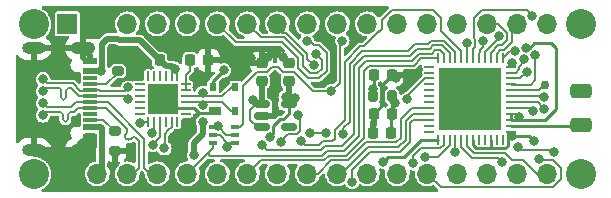
<source format=gtl>
G04 #@! TF.GenerationSoftware,KiCad,Pcbnew,(6.0.5)*
G04 #@! TF.CreationDate,2022-08-14T17:30:35+10:00*
G04 #@! TF.ProjectId,ESP32 PicoDev,45535033-3220-4506-9963-6f4465762e6b,rev?*
G04 #@! TF.SameCoordinates,Original*
G04 #@! TF.FileFunction,Copper,L1,Top*
G04 #@! TF.FilePolarity,Positive*
%FSLAX46Y46*%
G04 Gerber Fmt 4.6, Leading zero omitted, Abs format (unit mm)*
G04 Created by KiCad (PCBNEW (6.0.5)) date 2022-08-14 17:30:35*
%MOMM*%
%LPD*%
G01*
G04 APERTURE LIST*
G04 Aperture macros list*
%AMRoundRect*
0 Rectangle with rounded corners*
0 $1 Rounding radius*
0 $2 $3 $4 $5 $6 $7 $8 $9 X,Y pos of 4 corners*
0 Add a 4 corners polygon primitive as box body*
4,1,4,$2,$3,$4,$5,$6,$7,$8,$9,$2,$3,0*
0 Add four circle primitives for the rounded corners*
1,1,$1+$1,$2,$3*
1,1,$1+$1,$4,$5*
1,1,$1+$1,$6,$7*
1,1,$1+$1,$8,$9*
0 Add four rect primitives between the rounded corners*
20,1,$1+$1,$2,$3,$4,$5,0*
20,1,$1+$1,$4,$5,$6,$7,0*
20,1,$1+$1,$6,$7,$8,$9,0*
20,1,$1+$1,$8,$9,$2,$3,0*%
G04 Aperture macros list end*
G04 #@! TA.AperFunction,SMDPad,CuDef*
%ADD10R,1.150000X0.600000*%
G04 #@! TD*
G04 #@! TA.AperFunction,SMDPad,CuDef*
%ADD11R,1.150000X0.300000*%
G04 #@! TD*
G04 #@! TA.AperFunction,ComponentPad*
%ADD12O,2.100000X1.050000*%
G04 #@! TD*
G04 #@! TA.AperFunction,ComponentPad*
%ADD13O,2.000000X1.000000*%
G04 #@! TD*
G04 #@! TA.AperFunction,SMDPad,CuDef*
%ADD14RoundRect,0.150000X-0.512500X-0.150000X0.512500X-0.150000X0.512500X0.150000X-0.512500X0.150000X0*%
G04 #@! TD*
G04 #@! TA.AperFunction,SMDPad,CuDef*
%ADD15RoundRect,0.276000X-0.634000X0.324000X-0.634000X-0.324000X0.634000X-0.324000X0.634000X0.324000X0*%
G04 #@! TD*
G04 #@! TA.AperFunction,SMDPad,CuDef*
%ADD16RoundRect,0.225000X0.250000X-0.225000X0.250000X0.225000X-0.250000X0.225000X-0.250000X-0.225000X0*%
G04 #@! TD*
G04 #@! TA.AperFunction,SMDPad,CuDef*
%ADD17R,1.000000X0.700000*%
G04 #@! TD*
G04 #@! TA.AperFunction,SMDPad,CuDef*
%ADD18R,0.600000X0.700000*%
G04 #@! TD*
G04 #@! TA.AperFunction,SMDPad,CuDef*
%ADD19R,0.650000X0.400000*%
G04 #@! TD*
G04 #@! TA.AperFunction,SMDPad,CuDef*
%ADD20RoundRect,0.225000X-0.225000X-0.250000X0.225000X-0.250000X0.225000X0.250000X-0.225000X0.250000X0*%
G04 #@! TD*
G04 #@! TA.AperFunction,SMDPad,CuDef*
%ADD21RoundRect,0.200000X0.200000X0.275000X-0.200000X0.275000X-0.200000X-0.275000X0.200000X-0.275000X0*%
G04 #@! TD*
G04 #@! TA.AperFunction,SMDPad,CuDef*
%ADD22RoundRect,0.062500X0.350000X0.062500X-0.350000X0.062500X-0.350000X-0.062500X0.350000X-0.062500X0*%
G04 #@! TD*
G04 #@! TA.AperFunction,SMDPad,CuDef*
%ADD23RoundRect,0.062500X0.062500X0.350000X-0.062500X0.350000X-0.062500X-0.350000X0.062500X-0.350000X0*%
G04 #@! TD*
G04 #@! TA.AperFunction,SMDPad,CuDef*
%ADD24R,2.600000X2.600000*%
G04 #@! TD*
G04 #@! TA.AperFunction,ComponentPad*
%ADD25C,2.540000*%
G04 #@! TD*
G04 #@! TA.AperFunction,SMDPad,CuDef*
%ADD26RoundRect,0.200000X-0.275000X0.200000X-0.275000X-0.200000X0.275000X-0.200000X0.275000X0.200000X0*%
G04 #@! TD*
G04 #@! TA.AperFunction,SMDPad,CuDef*
%ADD27RoundRect,0.062500X0.337500X0.062500X-0.337500X0.062500X-0.337500X-0.062500X0.337500X-0.062500X0*%
G04 #@! TD*
G04 #@! TA.AperFunction,SMDPad,CuDef*
%ADD28RoundRect,0.062500X0.062500X0.337500X-0.062500X0.337500X-0.062500X-0.337500X0.062500X-0.337500X0*%
G04 #@! TD*
G04 #@! TA.AperFunction,SMDPad,CuDef*
%ADD29R,5.300000X5.300000*%
G04 #@! TD*
G04 #@! TA.AperFunction,SMDPad,CuDef*
%ADD30RoundRect,0.200000X0.275000X-0.200000X0.275000X0.200000X-0.275000X0.200000X-0.275000X-0.200000X0*%
G04 #@! TD*
G04 #@! TA.AperFunction,ComponentPad*
%ADD31R,1.700000X1.700000*%
G04 #@! TD*
G04 #@! TA.AperFunction,ComponentPad*
%ADD32O,1.700000X1.700000*%
G04 #@! TD*
G04 #@! TA.AperFunction,ViaPad*
%ADD33C,0.800000*%
G04 #@! TD*
G04 #@! TA.AperFunction,ViaPad*
%ADD34C,0.750000*%
G04 #@! TD*
G04 #@! TA.AperFunction,Conductor*
%ADD35C,0.508000*%
G04 #@! TD*
G04 #@! TA.AperFunction,Conductor*
%ADD36C,0.200000*%
G04 #@! TD*
G04 #@! TA.AperFunction,Conductor*
%ADD37C,0.254000*%
G04 #@! TD*
G04 #@! TA.AperFunction,Conductor*
%ADD38C,0.250000*%
G04 #@! TD*
G04 APERTURE END LIST*
D10*
X130211000Y-88515000D03*
X130211000Y-89315000D03*
D11*
X130211000Y-90465000D03*
X130211000Y-91465000D03*
X130211000Y-91965000D03*
X130211000Y-92965000D03*
D10*
X130211000Y-94915000D03*
X130211000Y-94115000D03*
D11*
X130211000Y-93465000D03*
X130211000Y-92465000D03*
X130211000Y-90965000D03*
X130211000Y-89965000D03*
D12*
X129636000Y-87395000D03*
D13*
X125456000Y-87395000D03*
X125456000Y-96035000D03*
D12*
X129636000Y-96035000D03*
D14*
X144765500Y-92162000D03*
X144765500Y-93112000D03*
X144765500Y-94062000D03*
X147040500Y-94062000D03*
X147040500Y-92162000D03*
D15*
X171811000Y-93937000D03*
X171811000Y-91017000D03*
D16*
X144760000Y-90204000D03*
X144760000Y-88654000D03*
D17*
X140835000Y-92715000D03*
D18*
X142535000Y-92715000D03*
X142535000Y-90715000D03*
X140635000Y-90715000D03*
D19*
X142535000Y-95413000D03*
X142535000Y-94763000D03*
X142535000Y-94113000D03*
X140635000Y-94113000D03*
X140635000Y-94763000D03*
X140635000Y-95413000D03*
D20*
X138696400Y-88417400D03*
X140246400Y-88417400D03*
D21*
X155809000Y-91461000D03*
X154159000Y-91461000D03*
D22*
X138315500Y-92965000D03*
X138315500Y-92465000D03*
X138315500Y-91965000D03*
X138315500Y-91465000D03*
X138315500Y-90965000D03*
X138315500Y-90465000D03*
D23*
X137628000Y-89777500D03*
X137128000Y-89777500D03*
X136628000Y-89777500D03*
X136128000Y-89777500D03*
X135628000Y-89777500D03*
X135128000Y-89777500D03*
D22*
X134440500Y-90465000D03*
X134440500Y-90965000D03*
X134440500Y-91465000D03*
X134440500Y-91965000D03*
X134440500Y-92465000D03*
X134440500Y-92965000D03*
D23*
X135128000Y-93652500D03*
X135628000Y-93652500D03*
X136128000Y-93652500D03*
X136628000Y-93652500D03*
X137128000Y-93652500D03*
X137628000Y-93652500D03*
D24*
X136378000Y-91715000D03*
D20*
X154246600Y-89660600D03*
X155796600Y-89660600D03*
D25*
X171811000Y-98065000D03*
X125456000Y-85365000D03*
D20*
X154239000Y-92980500D03*
X155789000Y-92980500D03*
D25*
X171811000Y-85365000D03*
D20*
X134581600Y-88417400D03*
X136131600Y-88417400D03*
D26*
X132314000Y-94446000D03*
X132314000Y-96096000D03*
D16*
X147046000Y-90204000D03*
X147046000Y-88654000D03*
D27*
X165863000Y-94465000D03*
X165863000Y-93965000D03*
X165863000Y-93465000D03*
X165863000Y-92965000D03*
X165863000Y-92465000D03*
X165863000Y-91965000D03*
X165863000Y-91465000D03*
X165863000Y-90965000D03*
X165863000Y-90465000D03*
X165863000Y-89965000D03*
X165863000Y-89465000D03*
X165863000Y-88965000D03*
D28*
X165163000Y-88265000D03*
X164663000Y-88265000D03*
X164163000Y-88265000D03*
X163663000Y-88265000D03*
X163163000Y-88265000D03*
X162663000Y-88265000D03*
X162163000Y-88265000D03*
X161663000Y-88265000D03*
X161163000Y-88265000D03*
X160663000Y-88265000D03*
X160163000Y-88265000D03*
X159663000Y-88265000D03*
D27*
X158963000Y-88965000D03*
X158963000Y-89465000D03*
X158963000Y-89965000D03*
X158963000Y-90465000D03*
X158963000Y-90965000D03*
X158963000Y-91465000D03*
X158963000Y-91965000D03*
X158963000Y-92465000D03*
X158963000Y-92965000D03*
X158963000Y-93465000D03*
X158963000Y-93965000D03*
X158963000Y-94465000D03*
D28*
X159663000Y-95165000D03*
X160163000Y-95165000D03*
X160663000Y-95165000D03*
X161163000Y-95165000D03*
X161663000Y-95165000D03*
X162163000Y-95165000D03*
X162663000Y-95165000D03*
X163163000Y-95165000D03*
X163663000Y-95165000D03*
X164163000Y-95165000D03*
X164663000Y-95165000D03*
X165163000Y-95165000D03*
D29*
X162413000Y-91715000D03*
D20*
X154145000Y-94610500D03*
X155695000Y-94610500D03*
D25*
X125456000Y-98065000D03*
D30*
X132588000Y-89344000D03*
X132588000Y-87694000D03*
D31*
X128300800Y-85339600D03*
D32*
X130840800Y-85339600D03*
X133380800Y-85339600D03*
X135920800Y-85339600D03*
X138460800Y-85339600D03*
X141000800Y-85339600D03*
X143540800Y-85339600D03*
X146080800Y-85339600D03*
X148620800Y-85339600D03*
X151160800Y-85339600D03*
X153700800Y-85339600D03*
X156240800Y-85339600D03*
X158780800Y-85339600D03*
X161320800Y-85339600D03*
X163860800Y-85339600D03*
X166400800Y-85339600D03*
X168940800Y-85339600D03*
D31*
X128300800Y-98039600D03*
D32*
X130840800Y-98039600D03*
X133380800Y-98039600D03*
X135920800Y-98039600D03*
X138460800Y-98039600D03*
X141000800Y-98039600D03*
X143540800Y-98039600D03*
X146080800Y-98039600D03*
X148620800Y-98039600D03*
X151160800Y-98039600D03*
X153700800Y-98039600D03*
X156240800Y-98039600D03*
X158780800Y-98039600D03*
X161320800Y-98039600D03*
X163860800Y-98039600D03*
X166400800Y-98039600D03*
X168940800Y-98039600D03*
D33*
X144043400Y-91770200D03*
X137414000Y-89154000D03*
X131116760Y-89315000D03*
X141554200Y-89281000D03*
X161671000Y-92456000D03*
X145288000Y-88138000D03*
X163195000Y-92456000D03*
X146558000Y-88138000D03*
X162433000Y-92456000D03*
X163957000Y-92456000D03*
X160909000Y-92456000D03*
X134239000Y-89179400D03*
X143840200Y-88214200D03*
X132207000Y-87452200D03*
X145920046Y-89869480D03*
X156133800Y-89890600D03*
X156063000Y-92031501D03*
X165989000Y-94869000D03*
X166547800Y-93238500D03*
X162132875Y-86992970D03*
X167830729Y-95291181D03*
X145492584Y-94930126D03*
X139014200Y-96457500D03*
X146773546Y-91567000D03*
X139776940Y-93638685D03*
X155067000Y-97015059D03*
X147554000Y-91588000D03*
X167130522Y-87367517D03*
X167935061Y-87960579D03*
X151586946Y-86754989D03*
X150647400Y-91059000D03*
X154151060Y-90890489D03*
X139762947Y-92185674D03*
X126238000Y-91059000D03*
X133438101Y-91731999D03*
X126238000Y-93091000D03*
X139747896Y-91186285D03*
X126238000Y-90043000D03*
X126238000Y-92075000D03*
X133451336Y-90730124D03*
X144780000Y-95631000D03*
X152430799Y-98738280D03*
X166424834Y-95768475D03*
X167670801Y-84640919D03*
X147828000Y-93026500D03*
X169480500Y-96193482D03*
X146403498Y-95341511D03*
X148089112Y-95267210D03*
X163531886Y-86762000D03*
X168277682Y-96750675D03*
X151641854Y-94658618D03*
X157607000Y-97155000D03*
X157099000Y-91694000D03*
X135459574Y-94607350D03*
X165100000Y-97017540D03*
X150242843Y-94592511D03*
X161098190Y-96196016D03*
X148843832Y-94564200D03*
X135564903Y-95601287D03*
D34*
X168706460Y-90551000D03*
D33*
X148569065Y-86788179D03*
X149339080Y-87855272D03*
X168680667Y-91525162D03*
X168681460Y-92524664D03*
X149156625Y-88837980D03*
X167694807Y-92684414D03*
X166991661Y-88360258D03*
X167223878Y-89405283D03*
X166172725Y-87653221D03*
X165913562Y-88618538D03*
X164846797Y-86402081D03*
X158546122Y-96584500D03*
X134478723Y-93715279D03*
X141029432Y-93967532D03*
X136524003Y-95882589D03*
X141859000Y-95758000D03*
D35*
X137171480Y-88911480D02*
X137414000Y-89154000D01*
X136625680Y-88911480D02*
X137171480Y-88911480D01*
X131688911Y-86598689D02*
X132560537Y-86598689D01*
X132702848Y-86741000D02*
X134455200Y-86741000D01*
X134455200Y-86741000D02*
X136625680Y-88911480D01*
X131239511Y-87048089D02*
X131688911Y-86598689D01*
X131239511Y-89145760D02*
X131239511Y-87048089D01*
X131116760Y-89268511D02*
X131239511Y-89145760D01*
X132560537Y-86598689D02*
X132702848Y-86741000D01*
X131116760Y-89315000D02*
X131116760Y-89268511D01*
D36*
X138315500Y-89674900D02*
X138315500Y-90965000D01*
X138696400Y-89294000D02*
X138315500Y-89674900D01*
X138696400Y-88417400D02*
X138696400Y-89294000D01*
D37*
X165863000Y-93965000D02*
X171783000Y-93965000D01*
X171783000Y-93965000D02*
X171811000Y-93937000D01*
D35*
X131116760Y-89315000D02*
X130211000Y-89315000D01*
X144760000Y-92156500D02*
X144765500Y-92162000D01*
D36*
X144313000Y-92162000D02*
X144765500Y-92162000D01*
X143803480Y-93448197D02*
X143803480Y-92671520D01*
D35*
X131193022Y-94115000D02*
X131239511Y-94161489D01*
X130211000Y-94115000D02*
X131193022Y-94115000D01*
X131239511Y-94161489D02*
X131239511Y-97640889D01*
D37*
X141554200Y-89281000D02*
X140635000Y-90200200D01*
X140635000Y-90200200D02*
X140635000Y-90715000D01*
D36*
X144765500Y-94062000D02*
X144417283Y-94062000D01*
X137128000Y-89777500D02*
X137128000Y-89023000D01*
D35*
X144760000Y-90204000D02*
X144760000Y-92156500D01*
D36*
X143803480Y-92671520D02*
X144313000Y-92162000D01*
X144417283Y-94062000D02*
X143803480Y-93448197D01*
D35*
X131239511Y-97640889D02*
X130840800Y-98039600D01*
D37*
X154145000Y-93074500D02*
X154239000Y-92980500D01*
X154885520Y-90571680D02*
X155796600Y-89660600D01*
X139462015Y-92912185D02*
X140637815Y-92912185D01*
X154885520Y-92333980D02*
X154885520Y-90571680D01*
X139014830Y-92465000D02*
X139462015Y-92912185D01*
D35*
X144765500Y-93112000D02*
X145833119Y-93112000D01*
D37*
X138315500Y-92465000D02*
X139014830Y-92465000D01*
X154239000Y-92980500D02*
X154885520Y-92333980D01*
X140637815Y-92912185D02*
X140835000Y-92715000D01*
D35*
X130211000Y-87970000D02*
X129636000Y-87395000D01*
D37*
X137128000Y-92465000D02*
X136378000Y-91715000D01*
X154145000Y-94610500D02*
X154145000Y-93074500D01*
X138315500Y-92465000D02*
X137128000Y-92465000D01*
D35*
X145833119Y-93112000D02*
X145920046Y-93025073D01*
X145920046Y-93025073D02*
X145920046Y-89869480D01*
X130211000Y-88515000D02*
X130211000Y-87970000D01*
D37*
X146594520Y-93435480D02*
X147040500Y-92989500D01*
X145754520Y-94011579D02*
X146330619Y-93435480D01*
X155789000Y-92076000D02*
X155789000Y-91481000D01*
X156018501Y-92076000D02*
X155789000Y-92076000D01*
X158221985Y-95165000D02*
X159663000Y-95165000D01*
X146330619Y-93435480D02*
X146594520Y-93435480D01*
D38*
X169672000Y-92558738D02*
X168765738Y-93465000D01*
D37*
X164163000Y-95891520D02*
X164163000Y-95165000D01*
D38*
X169672000Y-87376000D02*
X169672000Y-92558738D01*
D37*
X164176520Y-95891520D02*
X165386637Y-95891520D01*
X167830729Y-95291181D02*
X167408548Y-94869000D01*
D38*
X168765738Y-93465000D02*
X165863000Y-93465000D01*
D35*
X139776940Y-94681082D02*
X139776940Y-93638685D01*
X139014200Y-95443822D02*
X139776940Y-94681082D01*
D37*
X165386637Y-95891520D02*
X165614520Y-95663637D01*
X165614520Y-95663637D02*
X165614520Y-94563498D01*
X155789000Y-91481000D02*
X155809000Y-91461000D01*
X167408548Y-94869000D02*
X165989000Y-94869000D01*
X155695000Y-94885500D02*
X155695000Y-93074500D01*
X156063000Y-92031501D02*
X156018501Y-92076000D01*
X155789000Y-93112000D02*
X155789000Y-92076000D01*
D36*
X162132875Y-86992970D02*
X162163000Y-87023095D01*
D35*
X147040500Y-92162000D02*
X147337788Y-92162000D01*
D37*
X147040500Y-92989500D02*
X147040500Y-92162000D01*
X155067000Y-97015059D02*
X155471479Y-96610580D01*
X156776405Y-96610580D02*
X158221985Y-95165000D01*
D38*
X167446014Y-87367517D02*
X167818531Y-86995000D01*
D35*
X139014200Y-96457500D02*
X139014200Y-95443822D01*
D38*
X167130522Y-87367517D02*
X167446014Y-87367517D01*
D37*
X145492584Y-94930126D02*
X145754520Y-94668190D01*
D35*
X147046000Y-92156500D02*
X147046000Y-90204000D01*
D36*
X162163000Y-87023095D02*
X162163000Y-88265000D01*
D37*
X162939363Y-95891520D02*
X164163000Y-95891520D01*
X162663000Y-95615157D02*
X162939363Y-95891520D01*
X155471479Y-96610580D02*
X156776405Y-96610580D01*
D38*
X169291000Y-86995000D02*
X169672000Y-87376000D01*
D35*
X147040500Y-92162000D02*
X147046000Y-92156500D01*
D37*
X162663000Y-95165000D02*
X162663000Y-95615157D01*
X145754520Y-94668190D02*
X145754520Y-94011579D01*
D38*
X165863000Y-93465000D02*
X165863000Y-92965000D01*
X167818531Y-86995000D02*
X169291000Y-86995000D01*
D37*
X155695000Y-93074500D02*
X155789000Y-92980500D01*
D36*
X167935061Y-90128939D02*
X167544497Y-90519503D01*
X144343697Y-89403520D02*
X143179800Y-90567417D01*
X165917503Y-90519503D02*
X165863000Y-90465000D01*
X142904643Y-94113000D02*
X142535000Y-94113000D01*
X143179800Y-90567417D02*
X143179800Y-93837843D01*
X151397880Y-86944055D02*
X151586946Y-86754989D01*
X146151417Y-88976200D02*
X145654583Y-88976200D01*
X167544497Y-90519503D02*
X165917503Y-90519503D01*
X150647400Y-91059000D02*
X149117783Y-91059000D01*
X167935061Y-87960579D02*
X167935061Y-90128939D01*
X145654583Y-88976200D02*
X145227263Y-89403520D01*
X145227263Y-89403520D02*
X144343697Y-89403520D01*
X151397880Y-90308520D02*
X151397880Y-86944055D01*
X149117783Y-91059000D02*
X147462303Y-89403520D01*
X147462303Y-89403520D02*
X146578737Y-89403520D01*
D37*
X154246600Y-91372400D02*
X154246600Y-89660600D01*
D36*
X143179800Y-93837843D02*
X142904643Y-94113000D01*
X150647400Y-91059000D02*
X151397880Y-90308520D01*
X146578737Y-89403520D02*
X146151417Y-88976200D01*
X131577800Y-92440000D02*
X133297900Y-94160100D01*
X127796978Y-91566978D02*
X127796978Y-90966978D01*
X130211000Y-92465000D02*
X131073501Y-92465000D01*
X126488653Y-92840347D02*
X126238000Y-93091000D01*
X129323499Y-92440000D02*
X129239200Y-92440000D01*
X134375000Y-95237200D02*
X134375000Y-97528000D01*
X131073501Y-92465000D02*
X131098501Y-92440000D01*
X133297900Y-94584364D02*
X133238343Y-94643920D01*
X139762947Y-92185674D02*
X139542273Y-91965000D01*
X128838853Y-92840347D02*
X128527347Y-92840347D01*
X141404001Y-91940001D02*
X142179000Y-92715000D01*
X133662608Y-95068183D02*
X133662607Y-95068184D01*
X140008620Y-91940001D02*
X141404001Y-91940001D01*
X127596978Y-90766978D02*
X126530022Y-90766978D01*
X133438101Y-91731999D02*
X133146102Y-91440000D01*
X134375000Y-97528000D02*
X133863400Y-98039600D01*
X130211000Y-91465000D02*
X129786000Y-91465000D01*
X127927347Y-93433729D02*
X127927347Y-93040347D01*
X139542273Y-91965000D02*
X138315500Y-91965000D01*
X133146102Y-91440000D02*
X131098501Y-91440000D01*
X134146428Y-95008628D02*
X134375000Y-95237200D01*
X127727347Y-92840347D02*
X127677347Y-92840347D01*
X126530022Y-90766978D02*
X126238000Y-91059000D01*
X133863400Y-98039600D02*
X133380800Y-98039600D01*
X139762947Y-92185674D02*
X140008620Y-91940001D01*
X130211000Y-92465000D02*
X129348499Y-92465000D01*
X131098501Y-91440000D02*
X131073501Y-91465000D01*
X131098501Y-92440000D02*
X131577800Y-92440000D01*
X128327347Y-93040347D02*
X128327347Y-93433729D01*
X131073501Y-91465000D02*
X130211000Y-91465000D01*
X129786000Y-91465000D02*
X129761000Y-91440000D01*
X134146427Y-95008627D02*
X134146428Y-95008628D01*
X129348499Y-92465000D02*
X129323499Y-92440000D01*
X128620172Y-90766978D02*
X128396978Y-90766978D01*
X128196978Y-90966978D02*
X128196978Y-91566978D01*
X133662607Y-95068184D02*
X133722163Y-95008627D01*
X133297899Y-94584365D02*
X133297900Y-94584364D01*
X129293194Y-91440000D02*
X128620172Y-90766978D01*
X129239200Y-92440000D02*
X128838853Y-92840347D01*
X142179000Y-92715000D02*
X142535000Y-92715000D01*
X129761000Y-91440000D02*
X129293194Y-91440000D01*
X127677347Y-92840347D02*
X126488653Y-92840347D01*
X134146426Y-95008628D02*
G75*
G03*
X133722164Y-95008628I-212131J-212131D01*
G01*
X127996978Y-91766978D02*
G75*
G03*
X128196978Y-91566978I22J199978D01*
G01*
X127797022Y-91566978D02*
G75*
G03*
X127996978Y-91766978I199978J-22D01*
G01*
X127596978Y-90767022D02*
G75*
G02*
X127796978Y-90966978I22J-199978D01*
G01*
X128327347Y-93040347D02*
G75*
G02*
X128527347Y-92840347I199953J47D01*
G01*
X128196978Y-90966978D02*
G75*
G02*
X128396978Y-90766978I200022J-22D01*
G01*
X127727347Y-92840253D02*
G75*
G02*
X127927347Y-93040347I-47J-200047D01*
G01*
X133297867Y-94584332D02*
G75*
G03*
X133297900Y-94160100I-212067J212132D01*
G01*
X128127347Y-93633747D02*
G75*
G03*
X128327347Y-93433729I-47J200047D01*
G01*
X133238295Y-95068232D02*
G75*
G02*
X133238343Y-94643920I212205J212132D01*
G01*
X133662633Y-95068208D02*
G75*
G02*
X133238343Y-95068184I-212133J212108D01*
G01*
X127927271Y-93433729D02*
G75*
G03*
X128127347Y-93633729I200029J29D01*
G01*
X129348499Y-91965000D02*
X130211000Y-91965000D01*
X139469181Y-91465000D02*
X138315500Y-91465000D01*
X135336600Y-98039600D02*
X135920800Y-98039600D01*
X131098501Y-91990000D02*
X131764200Y-91990000D01*
X139747896Y-91186285D02*
X140051610Y-91489999D01*
X129323499Y-91990000D02*
X129348499Y-91965000D01*
X126238000Y-92075000D02*
X126553347Y-92390347D01*
X142204000Y-90715000D02*
X142535000Y-90715000D01*
X131098501Y-90990000D02*
X131073501Y-90965000D01*
X131764200Y-91990000D02*
X134825000Y-95050800D01*
X129786000Y-91965000D02*
X129761000Y-91990000D01*
X130211000Y-90965000D02*
X129786000Y-90965000D01*
X140051610Y-91489999D02*
X141429001Y-91489999D01*
X126562458Y-90367458D02*
X126238000Y-90043000D01*
X126553347Y-92390347D02*
X128652453Y-92390347D01*
X134825000Y-97528000D02*
X135336600Y-98039600D01*
X129408200Y-90990000D02*
X128785658Y-90367458D01*
X133191460Y-90990000D02*
X131098501Y-90990000D01*
X139747896Y-91186285D02*
X139469181Y-91465000D01*
X129052800Y-91990000D02*
X129323499Y-91990000D01*
X134825000Y-95050800D02*
X134825000Y-97528000D01*
X129786000Y-90965000D02*
X129761000Y-90990000D01*
X133451336Y-90730124D02*
X133191460Y-90990000D01*
X128785658Y-90367458D02*
X126562458Y-90367458D01*
X128652453Y-92390347D02*
X129052800Y-91990000D01*
X141429001Y-91489999D02*
X142204000Y-90715000D01*
X129761000Y-90990000D02*
X129408200Y-90990000D01*
X131073501Y-91965000D02*
X131098501Y-91990000D01*
X130211000Y-91965000D02*
X131073501Y-91965000D01*
X131073501Y-90965000D02*
X130211000Y-90965000D01*
X140635000Y-95865400D02*
X140200700Y-96299700D01*
X159875453Y-87565480D02*
X159450520Y-87565480D01*
X140635000Y-95413000D02*
X140635000Y-95865400D01*
X157492954Y-88450040D02*
X153599972Y-88450040D01*
X158077513Y-87865481D02*
X157492954Y-88450040D01*
X152995960Y-89054052D02*
X152995960Y-94858761D01*
X160163000Y-87853027D02*
X159875453Y-87565480D01*
X160163000Y-88265000D02*
X160163000Y-87853027D01*
X150301937Y-96091051D02*
X149902419Y-96490569D01*
X140391569Y-96490569D02*
X140200700Y-96299700D01*
X159450520Y-87565480D02*
X159150519Y-87865481D01*
X152995960Y-94858761D02*
X151763670Y-96091051D01*
X153599972Y-88450040D02*
X152995960Y-89054052D01*
X159150519Y-87865481D02*
X158077513Y-87865481D01*
X151763670Y-96091051D02*
X150301937Y-96091051D01*
D37*
X139070400Y-98039600D02*
X138460800Y-98039600D01*
D36*
X149902419Y-96490569D02*
X140391569Y-96490569D01*
X140200700Y-96299700D02*
X138460800Y-98039600D01*
X159285034Y-87165960D02*
X160040939Y-87165960D01*
X160663000Y-87788021D02*
X160663000Y-88265000D01*
X157912027Y-87465961D02*
X158985033Y-87465961D01*
X144780000Y-95631000D02*
X145190011Y-96041011D01*
X150136451Y-95691531D02*
X151598184Y-95691531D01*
X153434486Y-88050520D02*
X157327468Y-88050520D01*
X149786971Y-96041011D02*
X150136451Y-95691531D01*
X160040939Y-87165960D02*
X160663000Y-87788021D01*
X152596440Y-88888566D02*
X153434486Y-88050520D01*
X157327468Y-88050520D02*
X157912027Y-87465961D01*
X152596440Y-94693275D02*
X152596440Y-88888566D01*
X151598184Y-95691531D02*
X152596440Y-94693275D01*
X145190011Y-96041011D02*
X149786971Y-96041011D01*
X158985033Y-87465961D02*
X159285034Y-87165960D01*
X159663000Y-88265000D02*
X158243000Y-88265000D01*
X144690311Y-96890089D02*
X143540800Y-98039600D01*
X157621920Y-88886080D02*
X153804337Y-88886080D01*
X158243000Y-88265000D02*
X157621920Y-88886080D01*
X150067905Y-96890089D02*
X144690311Y-96890089D01*
X153804337Y-88886080D02*
X153395480Y-89294937D01*
X153395480Y-89294937D02*
X153395479Y-95024248D01*
X150467423Y-96490571D02*
X150067905Y-96890089D01*
X153395479Y-95024248D02*
X151929156Y-96490571D01*
X151929156Y-96490571D02*
X150467423Y-96490571D01*
X156468236Y-96184059D02*
X157337560Y-95314735D01*
X152430799Y-97683946D02*
X153930686Y-96184059D01*
X157337560Y-93729452D02*
X157602012Y-93465000D01*
X153930686Y-96184059D02*
X156468236Y-96184059D01*
X157337560Y-95314735D02*
X157337560Y-93729452D01*
X157602012Y-93465000D02*
X158963000Y-93465000D01*
X152430799Y-98738280D02*
X152430799Y-97683946D01*
X157472000Y-92465000D02*
X156538520Y-93398480D01*
X153599713Y-95385020D02*
X152094642Y-96890091D01*
X156538520Y-93398480D02*
X156538520Y-94983763D01*
X158963000Y-92465000D02*
X157472000Y-92465000D01*
X150632909Y-96890091D02*
X149483400Y-98039600D01*
X152094642Y-96890091D02*
X150632909Y-96890091D01*
X156538520Y-94983763D02*
X156137263Y-95385020D01*
X156137263Y-95385020D02*
X153599713Y-95385020D01*
X149483400Y-98039600D02*
X148620800Y-98039600D01*
X151510139Y-98039600D02*
X153765199Y-95784540D01*
X151160800Y-98039600D02*
X151510139Y-98039600D01*
X153765199Y-95784540D02*
X156302749Y-95784540D01*
X156938040Y-93563966D02*
X157537006Y-92965000D01*
X157537006Y-92965000D02*
X158963000Y-92965000D01*
X156938040Y-95149249D02*
X156938040Y-93563966D01*
X156302749Y-95784540D02*
X156938040Y-95149249D01*
X148002520Y-93201020D02*
X147828000Y-93026500D01*
X169309940Y-96022922D02*
X166679281Y-96022922D01*
X167670801Y-84640919D02*
X167219971Y-84190089D01*
X162711289Y-84863456D02*
X162711289Y-86562089D01*
X146403498Y-95252102D02*
X146994080Y-94661520D01*
X163384656Y-84190089D02*
X162711289Y-84863456D01*
X147739197Y-94661520D02*
X148002520Y-94398197D01*
X166679281Y-96022922D02*
X166424834Y-95768475D01*
X162832386Y-86683186D02*
X162832386Y-87282718D01*
X146403498Y-95341511D02*
X146403498Y-95252102D01*
X169480500Y-96193482D02*
X169309940Y-96022922D01*
X162663000Y-87452104D02*
X162663000Y-88265000D01*
X162711289Y-86562089D02*
X162832386Y-86683186D01*
X146994080Y-94661520D02*
X147739197Y-94661520D01*
X148002520Y-94398197D02*
X148002520Y-93201020D01*
X167219971Y-84190089D02*
X163384656Y-84190089D01*
X162832386Y-87282718D02*
X162663000Y-87452104D01*
X151797400Y-88557594D02*
X153103514Y-87251480D01*
X154920000Y-85034745D02*
X155764656Y-84190089D01*
X150732389Y-95292011D02*
X150942343Y-95082057D01*
X161663000Y-87658009D02*
X161663000Y-88265000D01*
X159930311Y-85925320D02*
X161663000Y-87658009D01*
X150942343Y-95082057D02*
X150942343Y-94336350D01*
X153414575Y-87251480D02*
X154793055Y-85873000D01*
X159256944Y-84190089D02*
X159930311Y-84863456D01*
X150942343Y-94336350D02*
X151797400Y-93481293D01*
X148089112Y-95267210D02*
X148463393Y-95641491D01*
X148463393Y-95641491D02*
X149621485Y-95641491D01*
X151797400Y-93481293D02*
X151797400Y-88557594D01*
X149970965Y-95292011D02*
X150732389Y-95292011D01*
X153103514Y-87251480D02*
X153414575Y-87251480D01*
X154666000Y-86000000D02*
X154920000Y-85746000D01*
X155764656Y-84190089D02*
X159256944Y-84190089D01*
X159930311Y-84863456D02*
X159930311Y-85925320D01*
X149621485Y-95641491D02*
X149970965Y-95292011D01*
X154920000Y-85746000D02*
X154920000Y-85034745D01*
X159930311Y-99189111D02*
X158780800Y-98039600D01*
X163531886Y-87289123D02*
X163263480Y-87557529D01*
X163531886Y-86762000D02*
X163531886Y-87289123D01*
X163163000Y-87853027D02*
X163163000Y-88265000D01*
X163263480Y-87557529D02*
X163263480Y-87752547D01*
X170090311Y-98515744D02*
X169416944Y-99189111D01*
X163263480Y-87752547D02*
X163163000Y-87853027D01*
X168277682Y-97077063D02*
X168464656Y-96890089D01*
X169416944Y-96890089D02*
X170090311Y-97563456D01*
X168464656Y-96890089D02*
X169416944Y-96890089D01*
X170090311Y-97563456D02*
X170090311Y-98515744D01*
X168277682Y-96750675D02*
X168277682Y-97077063D01*
X169416944Y-99189111D02*
X159930311Y-99189111D01*
X157746541Y-87066441D02*
X158819547Y-87066441D01*
X151641854Y-94201845D02*
X152196920Y-93646779D01*
X161163000Y-87723015D02*
X161163000Y-88265000D01*
X160206426Y-86766441D02*
X161163000Y-87723015D01*
X159119548Y-86766440D02*
X160206426Y-86766441D01*
X153269000Y-87651000D02*
X157161982Y-87651000D01*
X158819547Y-87066441D02*
X159119548Y-86766440D01*
X152196920Y-88723080D02*
X153269000Y-87651000D01*
X151641854Y-94658618D02*
X151641854Y-94201845D01*
X152196920Y-93646779D02*
X152196920Y-88723080D01*
X157161982Y-87651000D02*
X157746541Y-87066441D01*
X159854957Y-95885000D02*
X160163000Y-95576957D01*
X157607000Y-96520000D02*
X158242000Y-95885000D01*
X158242000Y-95885000D02*
X159854957Y-95885000D01*
X157607000Y-97155000D02*
X157607000Y-96520000D01*
X160163000Y-95576957D02*
X160163000Y-95165000D01*
X158551027Y-89965000D02*
X158963000Y-89965000D01*
X157099000Y-91417027D02*
X158551027Y-89965000D01*
X157099000Y-91694000D02*
X157099000Y-91417027D01*
X162163000Y-95165000D02*
X162163000Y-95718347D01*
X168026455Y-98039600D02*
X168940800Y-98039600D01*
X166876944Y-96890089D02*
X168026455Y-98039600D01*
X162163000Y-95718347D02*
X162762693Y-96318040D01*
X162762693Y-96318040D02*
X165389759Y-96318040D01*
X165389759Y-96318040D02*
X165961808Y-96890089D01*
X165961808Y-96890089D02*
X166876944Y-96890089D01*
X162597207Y-96717560D02*
X161663000Y-95783353D01*
X164800020Y-96717560D02*
X162597207Y-96717560D01*
X135459574Y-94607350D02*
X135459574Y-94324432D01*
X135628000Y-94156006D02*
X135628000Y-93652500D01*
X165100000Y-97017540D02*
X164800020Y-96717560D01*
X161663000Y-95783353D02*
X161663000Y-95165000D01*
X135459574Y-94324432D02*
X135628000Y-94156006D01*
X136159085Y-93683585D02*
X136128000Y-93652500D01*
X135564903Y-95601287D02*
X135564903Y-95491280D01*
X136159085Y-94897098D02*
X136159085Y-93683585D01*
X135564903Y-95491280D02*
X136159085Y-94897098D01*
X161098190Y-96196016D02*
X161163000Y-96131206D01*
X161163000Y-96131206D02*
X161163000Y-95165000D01*
X150214532Y-94564200D02*
X150242843Y-94592511D01*
X148843832Y-94564200D02*
X150214532Y-94564200D01*
X148569065Y-86788179D02*
X148850179Y-86788179D01*
X168251570Y-90965000D02*
X168665570Y-90551000D01*
X150255655Y-87782588D02*
X150255655Y-89293215D01*
X148697000Y-89937000D02*
X147820520Y-89060520D01*
X149611870Y-89937000D02*
X148697000Y-89937000D01*
X165863000Y-90965000D02*
X168251570Y-90965000D01*
X147820520Y-88211737D02*
X146497414Y-86888631D01*
X149217761Y-87155761D02*
X149628828Y-87155761D01*
X149628828Y-87155761D02*
X150255655Y-87782588D01*
X147820520Y-89060520D02*
X147820520Y-88211737D01*
X146497414Y-86888631D02*
X142549831Y-86888631D01*
X148850179Y-86788179D02*
X149217761Y-87155761D01*
X142549831Y-86888631D02*
X141000800Y-85339600D01*
X150255655Y-89293215D02*
X149611870Y-89937000D01*
X168665570Y-90551000D02*
X168706460Y-90551000D01*
X168620505Y-91465000D02*
X165863000Y-91465000D01*
X149856136Y-89127728D02*
X149446373Y-89537491D01*
X146662900Y-86489111D02*
X144690311Y-86489111D01*
X148866877Y-89537491D02*
X148220039Y-88890653D01*
X149856136Y-88372328D02*
X149856136Y-89127728D01*
X149339080Y-87855272D02*
X149856136Y-88372328D01*
X168680667Y-91525162D02*
X168620505Y-91465000D01*
X148220039Y-88046250D02*
X146662900Y-86489111D01*
X148220039Y-88890653D02*
X148220039Y-88046250D01*
X144690311Y-86489111D02*
X143540800Y-85339600D01*
X149446373Y-89537491D02*
X148866877Y-89537491D01*
X146828387Y-86089592D02*
X146500592Y-86089592D01*
X148619558Y-88300913D02*
X148619558Y-87880763D01*
X148619558Y-87880763D02*
X146828387Y-86089592D01*
X146080800Y-85669800D02*
X146080800Y-85339600D01*
X149156625Y-88837980D02*
X148619558Y-88300913D01*
X168121796Y-91965000D02*
X165863000Y-91965000D01*
X168681460Y-92524664D02*
X168121796Y-91965000D01*
X146500592Y-86089592D02*
X146080800Y-85669800D01*
X167694807Y-92684414D02*
X167475393Y-92465000D01*
X167475393Y-92465000D02*
X165863000Y-92465000D01*
X166562520Y-88958839D02*
X166562520Y-89177453D01*
X166562520Y-89177453D02*
X166274973Y-89465000D01*
X166991661Y-88360258D02*
X166991661Y-88529698D01*
X166991661Y-88529698D02*
X166562520Y-88958839D01*
X166274973Y-89465000D02*
X165863000Y-89465000D01*
X166664161Y-89965000D02*
X165863000Y-89965000D01*
X167223878Y-89405283D02*
X166664161Y-89965000D01*
X165163000Y-88238693D02*
X165163000Y-88265000D01*
X166172725Y-87653221D02*
X165748472Y-87653221D01*
X165748472Y-87653221D02*
X165163000Y-88238693D01*
X165913562Y-88618538D02*
X165913562Y-88914438D01*
X165913562Y-88914438D02*
X165863000Y-88965000D01*
X163663000Y-87723015D02*
X163663000Y-88265000D01*
X164864370Y-86521645D02*
X163663000Y-87723015D01*
X165563881Y-86707816D02*
X165563881Y-86128320D01*
X164785061Y-87165960D02*
X165105737Y-87165960D01*
X164163000Y-88265000D02*
X164163000Y-87788021D01*
X164775161Y-85339600D02*
X163860800Y-85339600D01*
X165105737Y-87165960D02*
X165563881Y-86707816D01*
X165563881Y-86128320D02*
X164775161Y-85339600D01*
X164163000Y-87788021D02*
X164785061Y-87165960D01*
X164663000Y-88265000D02*
X164663000Y-87853027D01*
X164663000Y-87853027D02*
X164950547Y-87565480D01*
X165963401Y-86873302D02*
X165963401Y-85776999D01*
X165271224Y-87565479D02*
X165963401Y-86873302D01*
X164950547Y-87565480D02*
X165271224Y-87565479D01*
X165963401Y-85776999D02*
X166400800Y-85339600D01*
X159720463Y-96584500D02*
X160663000Y-95641963D01*
X158546122Y-96584500D02*
X159720463Y-96584500D01*
X160663000Y-95641963D02*
X160663000Y-95165000D01*
X131333000Y-93465000D02*
X132314000Y-94446000D01*
D37*
X132314000Y-94414998D02*
X132314000Y-94446000D01*
D36*
X130211000Y-93465000D02*
X131333000Y-93465000D01*
X130211000Y-90465000D02*
X131574000Y-90465000D01*
X131574000Y-90465000D02*
X132568000Y-89471000D01*
X134541502Y-93652500D02*
X135128000Y-93652500D01*
X141029432Y-93967532D02*
X140883964Y-94113000D01*
X141759022Y-94763000D02*
X142535000Y-94763000D01*
X140883964Y-94113000D02*
X140635000Y-94113000D01*
X141109022Y-94113000D02*
X141759022Y-94763000D01*
X134478723Y-93715279D02*
X134541502Y-93652500D01*
X140635000Y-94113000D02*
X141109022Y-94113000D01*
X141844016Y-95413000D02*
X142535000Y-95413000D01*
X140635000Y-94763000D02*
X141194016Y-94763000D01*
X136826280Y-94364520D02*
X136840453Y-94364520D01*
X136524003Y-95882589D02*
X136558608Y-95847984D01*
X141194016Y-94763000D02*
X141844016Y-95413000D01*
X136558608Y-95847984D02*
X136558608Y-94632192D01*
X136558608Y-94632192D02*
X136826280Y-94364520D01*
X136840453Y-94364520D02*
X137128000Y-94076973D01*
X137128000Y-94076973D02*
X137128000Y-93652500D01*
G04 #@! TA.AperFunction,Conductor*
G36*
X126904141Y-98816444D02*
G01*
X126939375Y-98878080D01*
X126942801Y-98907261D01*
X126942801Y-98934269D01*
X126943171Y-98941090D01*
X126948695Y-98991952D01*
X126952321Y-99007204D01*
X126997476Y-99127654D01*
X127006014Y-99143249D01*
X127082515Y-99245324D01*
X127095076Y-99257885D01*
X127197151Y-99334386D01*
X127212746Y-99342924D01*
X127215664Y-99344018D01*
X127218137Y-99345875D01*
X127220618Y-99347234D01*
X127220422Y-99347592D01*
X127272429Y-99386660D01*
X127297128Y-99453222D01*
X127281920Y-99522570D01*
X127231634Y-99572689D01*
X127171434Y-99588000D01*
X126233458Y-99588000D01*
X126165337Y-99567998D01*
X126118844Y-99514342D01*
X126108740Y-99444068D01*
X126138234Y-99379488D01*
X126178027Y-99348848D01*
X126206894Y-99334706D01*
X126211540Y-99332430D01*
X126408399Y-99192012D01*
X126579680Y-99021327D01*
X126641050Y-98935922D01*
X126714479Y-98833735D01*
X126770473Y-98790087D01*
X126841177Y-98783641D01*
X126904141Y-98816444D01*
G37*
G04 #@! TD.AperFunction*
G04 #@! TA.AperFunction,Conductor*
G36*
X139386154Y-92654588D02*
G01*
X139398564Y-92662988D01*
X139453550Y-92705180D01*
X139453553Y-92705182D01*
X139460106Y-92710210D01*
X139606185Y-92770718D01*
X139645288Y-92775866D01*
X139717447Y-92785366D01*
X139782375Y-92814088D01*
X139821466Y-92873354D01*
X139827001Y-92910288D01*
X139827001Y-92915913D01*
X139806999Y-92984034D01*
X139753343Y-93030527D01*
X139717448Y-93040835D01*
X139628366Y-93052563D01*
X139620178Y-93053641D01*
X139612549Y-93056801D01*
X139606106Y-93059470D01*
X139474099Y-93114149D01*
X139348658Y-93210403D01*
X139252404Y-93335844D01*
X139191896Y-93481923D01*
X139171258Y-93638685D01*
X139191896Y-93795447D01*
X139195056Y-93803076D01*
X139198243Y-93810770D01*
X139252404Y-93941526D01*
X139266076Y-93959344D01*
X139296403Y-93998867D01*
X139322003Y-94065088D01*
X139322440Y-94075571D01*
X139322440Y-94440632D01*
X139302438Y-94508753D01*
X139285535Y-94529727D01*
X138717189Y-95098073D01*
X138706100Y-95107928D01*
X138679141Y-95129181D01*
X138673787Y-95136928D01*
X138645458Y-95177916D01*
X138643176Y-95181109D01*
X138607991Y-95228746D01*
X138605577Y-95235619D01*
X138601436Y-95241611D01*
X138583574Y-95298092D01*
X138582329Y-95301821D01*
X138562707Y-95357696D01*
X138562424Y-95364900D01*
X138562391Y-95365071D01*
X138560225Y-95371919D01*
X138559700Y-95378590D01*
X138559700Y-95431760D01*
X138559603Y-95436706D01*
X138557342Y-95494259D01*
X138559239Y-95501414D01*
X138559700Y-95509789D01*
X138559700Y-96020614D01*
X138539698Y-96088735D01*
X138533663Y-96097318D01*
X138489664Y-96154659D01*
X138429156Y-96300738D01*
X138408518Y-96457500D01*
X138429156Y-96614262D01*
X138489664Y-96760341D01*
X138494691Y-96766892D01*
X138494693Y-96766896D01*
X138509473Y-96786158D01*
X138535073Y-96852378D01*
X138520808Y-96921927D01*
X138471206Y-96972723D01*
X138420929Y-96988342D01*
X138269142Y-97002155D01*
X138269139Y-97002156D01*
X138263003Y-97002714D01*
X138065372Y-97060880D01*
X138059907Y-97063737D01*
X138023212Y-97082921D01*
X137882802Y-97156326D01*
X137878001Y-97160186D01*
X137877998Y-97160188D01*
X137779032Y-97239759D01*
X137722247Y-97285415D01*
X137589824Y-97443230D01*
X137586856Y-97448628D01*
X137586853Y-97448633D01*
X137497034Y-97612014D01*
X137490576Y-97623762D01*
X137428284Y-97820132D01*
X137427598Y-97826249D01*
X137427597Y-97826253D01*
X137419961Y-97894332D01*
X137405320Y-98024862D01*
X137422559Y-98230153D01*
X137424258Y-98236078D01*
X137453548Y-98338223D01*
X137479344Y-98428186D01*
X137482159Y-98433663D01*
X137482160Y-98433666D01*
X137546466Y-98558792D01*
X137573512Y-98611418D01*
X137701477Y-98772870D01*
X137706170Y-98776864D01*
X137706171Y-98776865D01*
X137840965Y-98891583D01*
X137858364Y-98906391D01*
X137863742Y-98909397D01*
X137863744Y-98909398D01*
X137919153Y-98940365D01*
X138038198Y-99006897D01*
X138120046Y-99033491D01*
X138228271Y-99068656D01*
X138228275Y-99068657D01*
X138234129Y-99070559D01*
X138438694Y-99094951D01*
X138444829Y-99094479D01*
X138444831Y-99094479D01*
X138500839Y-99090169D01*
X138644100Y-99079146D01*
X138650030Y-99077490D01*
X138650032Y-99077490D01*
X138780291Y-99041121D01*
X138842525Y-99023745D01*
X138848014Y-99020972D01*
X138848020Y-99020970D01*
X139015316Y-98936462D01*
X139026410Y-98930858D01*
X139040321Y-98919990D01*
X139127720Y-98851706D01*
X139188751Y-98804024D01*
X139222209Y-98765263D01*
X139319340Y-98652734D01*
X139319340Y-98652733D01*
X139323364Y-98648072D01*
X139344187Y-98611418D01*
X139374082Y-98558792D01*
X139425123Y-98468944D01*
X139490151Y-98273463D01*
X139515971Y-98069074D01*
X139516383Y-98039600D01*
X139496280Y-97834570D01*
X139436735Y-97637349D01*
X139433843Y-97631910D01*
X139433842Y-97631907D01*
X139428883Y-97622581D01*
X139414563Y-97553044D01*
X139440110Y-97486803D01*
X139451039Y-97474332D01*
X140130320Y-96795051D01*
X140192632Y-96761025D01*
X140261748Y-96765968D01*
X140267715Y-96770062D01*
X140291641Y-96775740D01*
X140291705Y-96775755D01*
X140309301Y-96781320D01*
X140332191Y-96790452D01*
X140338484Y-96791069D01*
X140341566Y-96791069D01*
X140344636Y-96791219D01*
X140344625Y-96791435D01*
X140356000Y-96792767D01*
X140365314Y-96793222D01*
X140376635Y-96795909D01*
X140388164Y-96794340D01*
X140388165Y-96794340D01*
X140403742Y-96792220D01*
X140420733Y-96791069D01*
X140647730Y-96791069D01*
X140715851Y-96811071D01*
X140762344Y-96864727D01*
X140772448Y-96935001D01*
X140742954Y-96999581D01*
X140683305Y-97037943D01*
X140637365Y-97051464D01*
X140605372Y-97060880D01*
X140599907Y-97063737D01*
X140563212Y-97082921D01*
X140422802Y-97156326D01*
X140418001Y-97160186D01*
X140417998Y-97160188D01*
X140319032Y-97239759D01*
X140262247Y-97285415D01*
X140129824Y-97443230D01*
X140126856Y-97448628D01*
X140126853Y-97448633D01*
X140037034Y-97612014D01*
X140030576Y-97623762D01*
X139968284Y-97820132D01*
X139967598Y-97826249D01*
X139967597Y-97826253D01*
X139959961Y-97894332D01*
X139945320Y-98024862D01*
X139962559Y-98230153D01*
X139964258Y-98236078D01*
X139993548Y-98338223D01*
X140019344Y-98428186D01*
X140022159Y-98433663D01*
X140022160Y-98433666D01*
X140086466Y-98558792D01*
X140113512Y-98611418D01*
X140241477Y-98772870D01*
X140246170Y-98776864D01*
X140246171Y-98776865D01*
X140380965Y-98891583D01*
X140398364Y-98906391D01*
X140403742Y-98909397D01*
X140403744Y-98909398D01*
X140459153Y-98940365D01*
X140578198Y-99006897D01*
X140660046Y-99033491D01*
X140768271Y-99068656D01*
X140768275Y-99068657D01*
X140774129Y-99070559D01*
X140978694Y-99094951D01*
X140984829Y-99094479D01*
X140984831Y-99094479D01*
X141040839Y-99090169D01*
X141184100Y-99079146D01*
X141190030Y-99077490D01*
X141190032Y-99077490D01*
X141320291Y-99041121D01*
X141382525Y-99023745D01*
X141388014Y-99020972D01*
X141388020Y-99020970D01*
X141555316Y-98936462D01*
X141566410Y-98930858D01*
X141580321Y-98919990D01*
X141667720Y-98851706D01*
X141728751Y-98804024D01*
X141762209Y-98765263D01*
X141859340Y-98652734D01*
X141859340Y-98652733D01*
X141863364Y-98648072D01*
X141884187Y-98611418D01*
X141914082Y-98558792D01*
X141965123Y-98468944D01*
X142030151Y-98273463D01*
X142055971Y-98069074D01*
X142056383Y-98039600D01*
X142036280Y-97834570D01*
X141976735Y-97637349D01*
X141880018Y-97455449D01*
X141796631Y-97353207D01*
X141753706Y-97300575D01*
X141753703Y-97300572D01*
X141749811Y-97295800D01*
X141726496Y-97276512D01*
X141595825Y-97168411D01*
X141595821Y-97168409D01*
X141591075Y-97164482D01*
X141419739Y-97071841D01*
X141415274Y-97069427D01*
X141409855Y-97066497D01*
X141315967Y-97037434D01*
X141256807Y-96998183D01*
X141228260Y-96933179D01*
X141239389Y-96863060D01*
X141286660Y-96810088D01*
X141353226Y-96791069D01*
X143187730Y-96791069D01*
X143255851Y-96811071D01*
X143302344Y-96864727D01*
X143312448Y-96935001D01*
X143282954Y-96999581D01*
X143223305Y-97037943D01*
X143177365Y-97051464D01*
X143145372Y-97060880D01*
X143139907Y-97063737D01*
X143103212Y-97082921D01*
X142962802Y-97156326D01*
X142958001Y-97160186D01*
X142957998Y-97160188D01*
X142859032Y-97239759D01*
X142802247Y-97285415D01*
X142669824Y-97443230D01*
X142666856Y-97448628D01*
X142666853Y-97448633D01*
X142577034Y-97612014D01*
X142570576Y-97623762D01*
X142508284Y-97820132D01*
X142507598Y-97826249D01*
X142507597Y-97826253D01*
X142499961Y-97894332D01*
X142485320Y-98024862D01*
X142502559Y-98230153D01*
X142504258Y-98236078D01*
X142533548Y-98338223D01*
X142559344Y-98428186D01*
X142562159Y-98433663D01*
X142562160Y-98433666D01*
X142626466Y-98558792D01*
X142653512Y-98611418D01*
X142781477Y-98772870D01*
X142786170Y-98776864D01*
X142786171Y-98776865D01*
X142920965Y-98891583D01*
X142938364Y-98906391D01*
X142943742Y-98909397D01*
X142943744Y-98909398D01*
X142999153Y-98940365D01*
X143118198Y-99006897D01*
X143200046Y-99033491D01*
X143308271Y-99068656D01*
X143308275Y-99068657D01*
X143314129Y-99070559D01*
X143518694Y-99094951D01*
X143524829Y-99094479D01*
X143524831Y-99094479D01*
X143580839Y-99090169D01*
X143724100Y-99079146D01*
X143730030Y-99077490D01*
X143730032Y-99077490D01*
X143860291Y-99041121D01*
X143922525Y-99023745D01*
X143928014Y-99020972D01*
X143928020Y-99020970D01*
X144095316Y-98936462D01*
X144106410Y-98930858D01*
X144120321Y-98919990D01*
X144207720Y-98851706D01*
X144268751Y-98804024D01*
X144302209Y-98765263D01*
X144399340Y-98652734D01*
X144399340Y-98652733D01*
X144403364Y-98648072D01*
X144424187Y-98611418D01*
X144454082Y-98558792D01*
X144505123Y-98468944D01*
X144570151Y-98273463D01*
X144595971Y-98069074D01*
X144596383Y-98039600D01*
X144576280Y-97834570D01*
X144516735Y-97637349D01*
X144513843Y-97631910D01*
X144513842Y-97631907D01*
X144508883Y-97622581D01*
X144494563Y-97553044D01*
X144520110Y-97486803D01*
X144531039Y-97474332D01*
X144777877Y-97227494D01*
X144840189Y-97193468D01*
X144866972Y-97190589D01*
X145151608Y-97190589D01*
X145219729Y-97210591D01*
X145266222Y-97264247D01*
X145276326Y-97334521D01*
X145248129Y-97397580D01*
X145209824Y-97443230D01*
X145206856Y-97448628D01*
X145206853Y-97448633D01*
X145117034Y-97612014D01*
X145110576Y-97623762D01*
X145048284Y-97820132D01*
X145047598Y-97826249D01*
X145047597Y-97826253D01*
X145039961Y-97894332D01*
X145025320Y-98024862D01*
X145042559Y-98230153D01*
X145044258Y-98236078D01*
X145073548Y-98338223D01*
X145099344Y-98428186D01*
X145102159Y-98433663D01*
X145102160Y-98433666D01*
X145166466Y-98558792D01*
X145193512Y-98611418D01*
X145321477Y-98772870D01*
X145326170Y-98776864D01*
X145326171Y-98776865D01*
X145460965Y-98891583D01*
X145478364Y-98906391D01*
X145483742Y-98909397D01*
X145483744Y-98909398D01*
X145539153Y-98940365D01*
X145658198Y-99006897D01*
X145740046Y-99033491D01*
X145848271Y-99068656D01*
X145848275Y-99068657D01*
X145854129Y-99070559D01*
X146058694Y-99094951D01*
X146064829Y-99094479D01*
X146064831Y-99094479D01*
X146120839Y-99090169D01*
X146264100Y-99079146D01*
X146270030Y-99077490D01*
X146270032Y-99077490D01*
X146400291Y-99041121D01*
X146462525Y-99023745D01*
X146468014Y-99020972D01*
X146468020Y-99020970D01*
X146635316Y-98936462D01*
X146646410Y-98930858D01*
X146660321Y-98919990D01*
X146747720Y-98851706D01*
X146808751Y-98804024D01*
X146842209Y-98765263D01*
X146939340Y-98652734D01*
X146939340Y-98652733D01*
X146943364Y-98648072D01*
X146964187Y-98611418D01*
X146994082Y-98558792D01*
X147045123Y-98468944D01*
X147110151Y-98273463D01*
X147135971Y-98069074D01*
X147136383Y-98039600D01*
X147116280Y-97834570D01*
X147056735Y-97637349D01*
X146960018Y-97455449D01*
X146911716Y-97396225D01*
X146884162Y-97330793D01*
X146896357Y-97260852D01*
X146944430Y-97208607D01*
X147009359Y-97190589D01*
X147691608Y-97190589D01*
X147759729Y-97210591D01*
X147806222Y-97264247D01*
X147816326Y-97334521D01*
X147788129Y-97397580D01*
X147749824Y-97443230D01*
X147746856Y-97448628D01*
X147746853Y-97448633D01*
X147657034Y-97612014D01*
X147650576Y-97623762D01*
X147588284Y-97820132D01*
X147587598Y-97826249D01*
X147587597Y-97826253D01*
X147579961Y-97894332D01*
X147565320Y-98024862D01*
X147582559Y-98230153D01*
X147584258Y-98236078D01*
X147613548Y-98338223D01*
X147639344Y-98428186D01*
X147642159Y-98433663D01*
X147642160Y-98433666D01*
X147706466Y-98558792D01*
X147733512Y-98611418D01*
X147861477Y-98772870D01*
X147866170Y-98776864D01*
X147866171Y-98776865D01*
X148000965Y-98891583D01*
X148018364Y-98906391D01*
X148023742Y-98909397D01*
X148023744Y-98909398D01*
X148079153Y-98940365D01*
X148198198Y-99006897D01*
X148280046Y-99033491D01*
X148388271Y-99068656D01*
X148388275Y-99068657D01*
X148394129Y-99070559D01*
X148598694Y-99094951D01*
X148604829Y-99094479D01*
X148604831Y-99094479D01*
X148660839Y-99090169D01*
X148804100Y-99079146D01*
X148810030Y-99077490D01*
X148810032Y-99077490D01*
X148940291Y-99041121D01*
X149002525Y-99023745D01*
X149008014Y-99020972D01*
X149008020Y-99020970D01*
X149175316Y-98936462D01*
X149186410Y-98930858D01*
X149200321Y-98919990D01*
X149287720Y-98851706D01*
X149348751Y-98804024D01*
X149382209Y-98765263D01*
X149479340Y-98652734D01*
X149479340Y-98652733D01*
X149483364Y-98648072D01*
X149504187Y-98611418D01*
X149534082Y-98558792D01*
X149585123Y-98468944D01*
X149628608Y-98338223D01*
X149659071Y-98288900D01*
X149660475Y-98287496D01*
X149671949Y-98278425D01*
X149678844Y-98272173D01*
X149688748Y-98266068D01*
X149705306Y-98244293D01*
X149716507Y-98231464D01*
X149899266Y-98048706D01*
X149961578Y-98014681D01*
X150032394Y-98019746D01*
X150089229Y-98062293D01*
X150113919Y-98127258D01*
X150122559Y-98230153D01*
X150124258Y-98236078D01*
X150153548Y-98338223D01*
X150179344Y-98428186D01*
X150182159Y-98433663D01*
X150182160Y-98433666D01*
X150246466Y-98558792D01*
X150273512Y-98611418D01*
X150401477Y-98772870D01*
X150406170Y-98776864D01*
X150406171Y-98776865D01*
X150540965Y-98891583D01*
X150558364Y-98906391D01*
X150563742Y-98909397D01*
X150563744Y-98909398D01*
X150619153Y-98940365D01*
X150738198Y-99006897D01*
X150820046Y-99033491D01*
X150928271Y-99068656D01*
X150928275Y-99068657D01*
X150934129Y-99070559D01*
X151138694Y-99094951D01*
X151144829Y-99094479D01*
X151144831Y-99094479D01*
X151200839Y-99090169D01*
X151344100Y-99079146D01*
X151350030Y-99077490D01*
X151350032Y-99077490D01*
X151480291Y-99041121D01*
X151542525Y-99023745D01*
X151551159Y-99019384D01*
X151660420Y-98964192D01*
X151716134Y-98936049D01*
X151785955Y-98923189D01*
X151851646Y-98950118D01*
X151889353Y-99000297D01*
X151906263Y-99041121D01*
X152002517Y-99166562D01*
X152127958Y-99262816D01*
X152274037Y-99323324D01*
X152360493Y-99334706D01*
X152378510Y-99337078D01*
X152432877Y-99361129D01*
X152464036Y-99341104D01*
X152483088Y-99337078D01*
X152501106Y-99334706D01*
X152587561Y-99323324D01*
X152733640Y-99262816D01*
X152859081Y-99166562D01*
X152955335Y-99041121D01*
X152973324Y-98997692D01*
X153017873Y-98942411D01*
X153085236Y-98919990D01*
X153151203Y-98935922D01*
X153214113Y-98971081D01*
X153278198Y-99006897D01*
X153360046Y-99033491D01*
X153468271Y-99068656D01*
X153468275Y-99068657D01*
X153474129Y-99070559D01*
X153678694Y-99094951D01*
X153684829Y-99094479D01*
X153684831Y-99094479D01*
X153740839Y-99090169D01*
X153884100Y-99079146D01*
X153890030Y-99077490D01*
X153890032Y-99077490D01*
X154020291Y-99041121D01*
X154082525Y-99023745D01*
X154088014Y-99020972D01*
X154088020Y-99020970D01*
X154255316Y-98936462D01*
X154266410Y-98930858D01*
X154280321Y-98919990D01*
X154367720Y-98851706D01*
X154428751Y-98804024D01*
X154462209Y-98765263D01*
X154559340Y-98652734D01*
X154559340Y-98652733D01*
X154563364Y-98648072D01*
X154584187Y-98611418D01*
X154614082Y-98558792D01*
X154665123Y-98468944D01*
X154730151Y-98273463D01*
X154755971Y-98069074D01*
X154756383Y-98039600D01*
X154736280Y-97834570D01*
X154719685Y-97779606D01*
X154707377Y-97738838D01*
X154706836Y-97667843D01*
X154744764Y-97607827D01*
X154809118Y-97577843D01*
X154876217Y-97586011D01*
X154910238Y-97600103D01*
X155067000Y-97620741D01*
X155083983Y-97618505D01*
X155154130Y-97629444D01*
X155207229Y-97676572D01*
X155226420Y-97744925D01*
X155220532Y-97781523D01*
X155208284Y-97820132D01*
X155207598Y-97826249D01*
X155207597Y-97826253D01*
X155199961Y-97894332D01*
X155185320Y-98024862D01*
X155202559Y-98230153D01*
X155204258Y-98236078D01*
X155233548Y-98338223D01*
X155259344Y-98428186D01*
X155262159Y-98433663D01*
X155262160Y-98433666D01*
X155326466Y-98558792D01*
X155353512Y-98611418D01*
X155481477Y-98772870D01*
X155486170Y-98776864D01*
X155486171Y-98776865D01*
X155620965Y-98891583D01*
X155638364Y-98906391D01*
X155643742Y-98909397D01*
X155643744Y-98909398D01*
X155699153Y-98940365D01*
X155818198Y-99006897D01*
X155900046Y-99033491D01*
X156008271Y-99068656D01*
X156008275Y-99068657D01*
X156014129Y-99070559D01*
X156218694Y-99094951D01*
X156224829Y-99094479D01*
X156224831Y-99094479D01*
X156280839Y-99090169D01*
X156424100Y-99079146D01*
X156430030Y-99077490D01*
X156430032Y-99077490D01*
X156560291Y-99041121D01*
X156622525Y-99023745D01*
X156628014Y-99020972D01*
X156628020Y-99020970D01*
X156795316Y-98936462D01*
X156806410Y-98930858D01*
X156820321Y-98919990D01*
X156907720Y-98851706D01*
X156968751Y-98804024D01*
X157002209Y-98765263D01*
X157099340Y-98652734D01*
X157099340Y-98652733D01*
X157103364Y-98648072D01*
X157124187Y-98611418D01*
X157154082Y-98558792D01*
X157205123Y-98468944D01*
X157270151Y-98273463D01*
X157295971Y-98069074D01*
X157296383Y-98039600D01*
X157279712Y-97869575D01*
X157292972Y-97799829D01*
X157341834Y-97748322D01*
X157410787Y-97731409D01*
X157437722Y-97735574D01*
X157442605Y-97736882D01*
X157450238Y-97740044D01*
X157598812Y-97759604D01*
X157607000Y-97760682D01*
X157614471Y-97759698D01*
X157682271Y-97779606D01*
X157728764Y-97833262D01*
X157739365Y-97899648D01*
X157725320Y-98024862D01*
X157742559Y-98230153D01*
X157744258Y-98236078D01*
X157773548Y-98338223D01*
X157799344Y-98428186D01*
X157802159Y-98433663D01*
X157802160Y-98433666D01*
X157866466Y-98558792D01*
X157893512Y-98611418D01*
X158021477Y-98772870D01*
X158026170Y-98776864D01*
X158026171Y-98776865D01*
X158160965Y-98891583D01*
X158178364Y-98906391D01*
X158183742Y-98909397D01*
X158183744Y-98909398D01*
X158239153Y-98940365D01*
X158358198Y-99006897D01*
X158440046Y-99033491D01*
X158548271Y-99068656D01*
X158548275Y-99068657D01*
X158554129Y-99070559D01*
X158758694Y-99094951D01*
X158764829Y-99094479D01*
X158764831Y-99094479D01*
X158820839Y-99090169D01*
X158964100Y-99079146D01*
X158970030Y-99077490D01*
X158970032Y-99077490D01*
X159100291Y-99041121D01*
X159162525Y-99023745D01*
X159199011Y-99005315D01*
X159268831Y-98992455D01*
X159334522Y-99019384D01*
X159344915Y-99028686D01*
X159680792Y-99364563D01*
X159682548Y-99366597D01*
X159684886Y-99371380D01*
X159693416Y-99379293D01*
X159699044Y-99386870D01*
X159723605Y-99453483D01*
X159708253Y-99522800D01*
X159657863Y-99572814D01*
X159597893Y-99588000D01*
X152499534Y-99588000D01*
X152431413Y-99567998D01*
X152428319Y-99564427D01*
X152381479Y-99586495D01*
X152362064Y-99588000D01*
X129430166Y-99588000D01*
X129362045Y-99567998D01*
X129315552Y-99514342D01*
X129305448Y-99444068D01*
X129334942Y-99379488D01*
X129381073Y-99347400D01*
X129380982Y-99347234D01*
X129382534Y-99346384D01*
X129385936Y-99344018D01*
X129388854Y-99342924D01*
X129404449Y-99334386D01*
X129506524Y-99257885D01*
X129519085Y-99245324D01*
X129595586Y-99143249D01*
X129604124Y-99127654D01*
X129649278Y-99007206D01*
X129652905Y-98991951D01*
X129658431Y-98941086D01*
X129658800Y-98934272D01*
X129658800Y-98558792D01*
X129678802Y-98490671D01*
X129732458Y-98444178D01*
X129802732Y-98434074D01*
X129867312Y-98463568D01*
X129896867Y-98501198D01*
X129953512Y-98611418D01*
X130081477Y-98772870D01*
X130086170Y-98776864D01*
X130086171Y-98776865D01*
X130220965Y-98891583D01*
X130238364Y-98906391D01*
X130243742Y-98909397D01*
X130243744Y-98909398D01*
X130299153Y-98940365D01*
X130418198Y-99006897D01*
X130500046Y-99033491D01*
X130608271Y-99068656D01*
X130608275Y-99068657D01*
X130614129Y-99070559D01*
X130818694Y-99094951D01*
X130824829Y-99094479D01*
X130824831Y-99094479D01*
X130880839Y-99090169D01*
X131024100Y-99079146D01*
X131030030Y-99077490D01*
X131030032Y-99077490D01*
X131160291Y-99041121D01*
X131222525Y-99023745D01*
X131228014Y-99020972D01*
X131228020Y-99020970D01*
X131395316Y-98936462D01*
X131406410Y-98930858D01*
X131420321Y-98919990D01*
X131507720Y-98851706D01*
X131568751Y-98804024D01*
X131602209Y-98765263D01*
X131699340Y-98652734D01*
X131699340Y-98652733D01*
X131703364Y-98648072D01*
X131724187Y-98611418D01*
X131754082Y-98558792D01*
X131805123Y-98468944D01*
X131870151Y-98273463D01*
X131895971Y-98069074D01*
X131896383Y-98039600D01*
X131876280Y-97834570D01*
X131816735Y-97637349D01*
X131720018Y-97455449D01*
X131716119Y-97450668D01*
X131715065Y-97449082D01*
X131694011Y-97379351D01*
X131694011Y-97101402D01*
X131714013Y-97033281D01*
X131767669Y-96986788D01*
X131837943Y-96976684D01*
X131857690Y-96981168D01*
X131902645Y-96995256D01*
X131915694Y-96997869D01*
X131979521Y-97003734D01*
X131985309Y-97004000D01*
X132041885Y-97004000D01*
X132057124Y-96999525D01*
X132058329Y-96998135D01*
X132060000Y-96990452D01*
X132060000Y-95968000D01*
X132080002Y-95899879D01*
X132133658Y-95853386D01*
X132186000Y-95842000D01*
X133278884Y-95842000D01*
X133294123Y-95837525D01*
X133295328Y-95836135D01*
X133296291Y-95831706D01*
X133290868Y-95772685D01*
X133288257Y-95759649D01*
X133243916Y-95618155D01*
X133242632Y-95547170D01*
X133279929Y-95486759D01*
X133343966Y-95456103D01*
X133377185Y-95455296D01*
X133382798Y-95456578D01*
X133450437Y-95456582D01*
X133511054Y-95456586D01*
X133518134Y-95456586D01*
X133650078Y-95426474D01*
X133662201Y-95420636D01*
X133765636Y-95370823D01*
X133765635Y-95370823D01*
X133772011Y-95367753D01*
X133819113Y-95330187D01*
X133827071Y-95324626D01*
X133832670Y-95322220D01*
X133834416Y-95320786D01*
X133837558Y-95318205D01*
X133845201Y-95310562D01*
X133907513Y-95276536D01*
X133978328Y-95281601D01*
X134023391Y-95310562D01*
X134037595Y-95324766D01*
X134071621Y-95387078D01*
X134074500Y-95413861D01*
X134074500Y-97009036D01*
X134054498Y-97077157D01*
X134000842Y-97123650D01*
X133930568Y-97133754D01*
X133888572Y-97119872D01*
X133795278Y-97069429D01*
X133795276Y-97069428D01*
X133789855Y-97066497D01*
X133593054Y-97005577D01*
X133586929Y-97004933D01*
X133586928Y-97004933D01*
X133394298Y-96984687D01*
X133394296Y-96984687D01*
X133388169Y-96984043D01*
X133200258Y-97001144D01*
X133130605Y-96987399D01*
X133079441Y-96938177D01*
X133063010Y-96869108D01*
X133086528Y-96802120D01*
X133099744Y-96786568D01*
X133144869Y-96741443D01*
X133154176Y-96729574D01*
X133235079Y-96595988D01*
X133241285Y-96582243D01*
X133288256Y-96432356D01*
X133290869Y-96419306D01*
X133295913Y-96364414D01*
X133292525Y-96352876D01*
X133291135Y-96351671D01*
X133283452Y-96350000D01*
X132586115Y-96350000D01*
X132570876Y-96354475D01*
X132569671Y-96355865D01*
X132568000Y-96363548D01*
X132568000Y-96985884D01*
X132572475Y-97001123D01*
X132573865Y-97002328D01*
X132581548Y-97003999D01*
X132634461Y-97003999D01*
X132702582Y-97024001D01*
X132749075Y-97077657D01*
X132759179Y-97147931D01*
X132729685Y-97212511D01*
X132713413Y-97228196D01*
X132699032Y-97239759D01*
X132642247Y-97285415D01*
X132509824Y-97443230D01*
X132506856Y-97448628D01*
X132506853Y-97448633D01*
X132417034Y-97612014D01*
X132410576Y-97623762D01*
X132348284Y-97820132D01*
X132347598Y-97826249D01*
X132347597Y-97826253D01*
X132339961Y-97894332D01*
X132325320Y-98024862D01*
X132342559Y-98230153D01*
X132344258Y-98236078D01*
X132373548Y-98338223D01*
X132399344Y-98428186D01*
X132402159Y-98433663D01*
X132402160Y-98433666D01*
X132466466Y-98558792D01*
X132493512Y-98611418D01*
X132621477Y-98772870D01*
X132626170Y-98776864D01*
X132626171Y-98776865D01*
X132760965Y-98891583D01*
X132778364Y-98906391D01*
X132783742Y-98909397D01*
X132783744Y-98909398D01*
X132839153Y-98940365D01*
X132958198Y-99006897D01*
X133040046Y-99033491D01*
X133148271Y-99068656D01*
X133148275Y-99068657D01*
X133154129Y-99070559D01*
X133358694Y-99094951D01*
X133364829Y-99094479D01*
X133364831Y-99094479D01*
X133420839Y-99090169D01*
X133564100Y-99079146D01*
X133570030Y-99077490D01*
X133570032Y-99077490D01*
X133700291Y-99041121D01*
X133762525Y-99023745D01*
X133768014Y-99020972D01*
X133768020Y-99020970D01*
X133935316Y-98936462D01*
X133946410Y-98930858D01*
X133960321Y-98919990D01*
X134047720Y-98851706D01*
X134108751Y-98804024D01*
X134142209Y-98765263D01*
X134239340Y-98652734D01*
X134239340Y-98652733D01*
X134243364Y-98648072D01*
X134264187Y-98611418D01*
X134294082Y-98558792D01*
X134345123Y-98468944D01*
X134410151Y-98273463D01*
X134435971Y-98069074D01*
X134436383Y-98039600D01*
X134428978Y-97964080D01*
X134442237Y-97894332D01*
X134465282Y-97862689D01*
X134510905Y-97817066D01*
X134573217Y-97783040D01*
X134644032Y-97788105D01*
X134689095Y-97817066D01*
X134829821Y-97957792D01*
X134863847Y-98020104D01*
X134866284Y-98036343D01*
X134873919Y-98127259D01*
X134882559Y-98230153D01*
X134884258Y-98236078D01*
X134913548Y-98338223D01*
X134939344Y-98428186D01*
X134942159Y-98433663D01*
X134942160Y-98433666D01*
X135006466Y-98558792D01*
X135033512Y-98611418D01*
X135161477Y-98772870D01*
X135166170Y-98776864D01*
X135166171Y-98776865D01*
X135300965Y-98891583D01*
X135318364Y-98906391D01*
X135323742Y-98909397D01*
X135323744Y-98909398D01*
X135379153Y-98940365D01*
X135498198Y-99006897D01*
X135580046Y-99033491D01*
X135688271Y-99068656D01*
X135688275Y-99068657D01*
X135694129Y-99070559D01*
X135898694Y-99094951D01*
X135904829Y-99094479D01*
X135904831Y-99094479D01*
X135960839Y-99090169D01*
X136104100Y-99079146D01*
X136110030Y-99077490D01*
X136110032Y-99077490D01*
X136240291Y-99041121D01*
X136302525Y-99023745D01*
X136308014Y-99020972D01*
X136308020Y-99020970D01*
X136475316Y-98936462D01*
X136486410Y-98930858D01*
X136500321Y-98919990D01*
X136587720Y-98851706D01*
X136648751Y-98804024D01*
X136682209Y-98765263D01*
X136779340Y-98652734D01*
X136779340Y-98652733D01*
X136783364Y-98648072D01*
X136804187Y-98611418D01*
X136834082Y-98558792D01*
X136885123Y-98468944D01*
X136950151Y-98273463D01*
X136975971Y-98069074D01*
X136976383Y-98039600D01*
X136956280Y-97834570D01*
X136896735Y-97637349D01*
X136800018Y-97455449D01*
X136716631Y-97353207D01*
X136673706Y-97300575D01*
X136673703Y-97300572D01*
X136669811Y-97295800D01*
X136646496Y-97276512D01*
X136515825Y-97168411D01*
X136515821Y-97168409D01*
X136511075Y-97164482D01*
X136339739Y-97071841D01*
X136335274Y-97069427D01*
X136329855Y-97066497D01*
X136133054Y-97005577D01*
X136126929Y-97004933D01*
X136126928Y-97004933D01*
X135934298Y-96984687D01*
X135934296Y-96984687D01*
X135928169Y-96984043D01*
X135857744Y-96990452D01*
X135729142Y-97002155D01*
X135729139Y-97002156D01*
X135723003Y-97002714D01*
X135525372Y-97060880D01*
X135519907Y-97063737D01*
X135483212Y-97082921D01*
X135342802Y-97156326D01*
X135337999Y-97160188D01*
X135337996Y-97160190D01*
X135330454Y-97166254D01*
X135264832Y-97193352D01*
X135194977Y-97180670D01*
X135143068Y-97132234D01*
X135125500Y-97068059D01*
X135125500Y-96257830D01*
X135145502Y-96189709D01*
X135199158Y-96143216D01*
X135269432Y-96133112D01*
X135299718Y-96141421D01*
X135400511Y-96183171D01*
X135400514Y-96183172D01*
X135408141Y-96186331D01*
X135416329Y-96187409D01*
X135486522Y-96196650D01*
X135564903Y-96206969D01*
X135573091Y-96205891D01*
X135713477Y-96187409D01*
X135721665Y-96186331D01*
X135845191Y-96135165D01*
X135915779Y-96127576D01*
X135979266Y-96159355D01*
X135998863Y-96183973D01*
X135999467Y-96185430D01*
X136004494Y-96191981D01*
X136004496Y-96191984D01*
X136082017Y-96293011D01*
X136095721Y-96310871D01*
X136221162Y-96407125D01*
X136367241Y-96467633D01*
X136524003Y-96488271D01*
X136532191Y-96487193D01*
X136552199Y-96484559D01*
X136680765Y-96467633D01*
X136826844Y-96407125D01*
X136952285Y-96310871D01*
X137048539Y-96185430D01*
X137109047Y-96039351D01*
X137129685Y-95882589D01*
X137115700Y-95776363D01*
X137110125Y-95734015D01*
X137109047Y-95725827D01*
X137048539Y-95579748D01*
X136961725Y-95466609D01*
X136957308Y-95460853D01*
X136952285Y-95454307D01*
X136913895Y-95424849D01*
X136908404Y-95420636D01*
X136866537Y-95363298D01*
X136859108Y-95320673D01*
X136859108Y-94808854D01*
X136879110Y-94740733D01*
X136896013Y-94719759D01*
X136970081Y-94645691D01*
X136995733Y-94628315D01*
X136994745Y-94626692D01*
X137002342Y-94622068D01*
X137010516Y-94618556D01*
X137015402Y-94614542D01*
X137017587Y-94612357D01*
X137019850Y-94610305D01*
X137019995Y-94610465D01*
X137029002Y-94603345D01*
X137035897Y-94597093D01*
X137045801Y-94590988D01*
X137062369Y-94569200D01*
X137073563Y-94556381D01*
X137303452Y-94326492D01*
X137305486Y-94324736D01*
X137310269Y-94322398D01*
X137319449Y-94312502D01*
X137343133Y-94286971D01*
X137404125Y-94250633D01*
X137462412Y-94252609D01*
X137462883Y-94250240D01*
X137539599Y-94265500D01*
X137627985Y-94265500D01*
X137716400Y-94265499D01*
X137722467Y-94264292D01*
X137722470Y-94264292D01*
X137780946Y-94252661D01*
X137780947Y-94252661D01*
X137793117Y-94250240D01*
X137807527Y-94240612D01*
X137869796Y-94199005D01*
X137880112Y-94192112D01*
X137902102Y-94159202D01*
X137931347Y-94115434D01*
X137931348Y-94115432D01*
X137938240Y-94105117D01*
X137941878Y-94086831D01*
X137950549Y-94043235D01*
X137953500Y-94028401D01*
X137953499Y-93506436D01*
X137973501Y-93438316D01*
X138003935Y-93405610D01*
X138033722Y-93383286D01*
X138046287Y-93370721D01*
X138068612Y-93340934D01*
X138125472Y-93298420D01*
X138169438Y-93290500D01*
X138670844Y-93290499D01*
X138691400Y-93290499D01*
X138697467Y-93289292D01*
X138697470Y-93289292D01*
X138755946Y-93277661D01*
X138755947Y-93277661D01*
X138768117Y-93275240D01*
X138784501Y-93264293D01*
X138844796Y-93224005D01*
X138855112Y-93217112D01*
X138867397Y-93198726D01*
X138906347Y-93140434D01*
X138906348Y-93140432D01*
X138913240Y-93130117D01*
X138921021Y-93091000D01*
X138921269Y-93089754D01*
X138954178Y-93026845D01*
X138968144Y-93014375D01*
X139065831Y-92939417D01*
X139077414Y-92927833D01*
X139158802Y-92821765D01*
X139166992Y-92807579D01*
X139205451Y-92714732D01*
X139250000Y-92659451D01*
X139317363Y-92637030D01*
X139386154Y-92654588D01*
G37*
G04 #@! TD.AperFunction*
G04 #@! TA.AperFunction,Conductor*
G36*
X130084491Y-97088002D02*
G01*
X130130984Y-97141658D01*
X130141088Y-97211932D01*
X130111594Y-97276512D01*
X130106235Y-97282209D01*
X130102247Y-97285415D01*
X129969824Y-97443230D01*
X129966854Y-97448633D01*
X129966853Y-97448634D01*
X129895214Y-97578945D01*
X129844868Y-97629004D01*
X129775451Y-97643897D01*
X129709002Y-97618896D01*
X129666618Y-97561939D01*
X129658799Y-97518244D01*
X129658799Y-97194000D01*
X129678801Y-97125879D01*
X129732457Y-97079386D01*
X129784799Y-97068000D01*
X130016370Y-97068000D01*
X130084491Y-97088002D01*
G37*
G04 #@! TD.AperFunction*
G04 #@! TA.AperFunction,Conductor*
G36*
X130331388Y-83862002D02*
G01*
X130377881Y-83915658D01*
X130387985Y-83985932D01*
X130358491Y-84050512D01*
X130312095Y-84084154D01*
X130308162Y-84085807D01*
X130119263Y-84184142D01*
X130110538Y-84189636D01*
X129940233Y-84317505D01*
X129932526Y-84324348D01*
X129785390Y-84478317D01*
X129778904Y-84486327D01*
X129658898Y-84662249D01*
X129653800Y-84671223D01*
X129591588Y-84805247D01*
X129544764Y-84858614D01*
X129476520Y-84878195D01*
X129408525Y-84857771D01*
X129362365Y-84803829D01*
X129351300Y-84752197D01*
X129351300Y-84469852D01*
X129339667Y-84411369D01*
X129295352Y-84345048D01*
X129229031Y-84300733D01*
X129216862Y-84298312D01*
X129216861Y-84298312D01*
X129176616Y-84290307D01*
X129170548Y-84289100D01*
X127431052Y-84289100D01*
X127424984Y-84290307D01*
X127384739Y-84298312D01*
X127384738Y-84298312D01*
X127372569Y-84300733D01*
X127306248Y-84345048D01*
X127261933Y-84411369D01*
X127250300Y-84469852D01*
X127250300Y-86209348D01*
X127251507Y-86215414D01*
X127251507Y-86215416D01*
X127255893Y-86237464D01*
X127261933Y-86267831D01*
X127268826Y-86278147D01*
X127270509Y-86280666D01*
X127306248Y-86334152D01*
X127316561Y-86341043D01*
X127357885Y-86368655D01*
X127372569Y-86378467D01*
X127384738Y-86380888D01*
X127384739Y-86380888D01*
X127405925Y-86385102D01*
X127431052Y-86390100D01*
X128354792Y-86390100D01*
X128422913Y-86410102D01*
X128469406Y-86463758D01*
X128479510Y-86534032D01*
X128450016Y-86598612D01*
X128434428Y-86613743D01*
X128384366Y-86654572D01*
X128375662Y-86663216D01*
X128254390Y-86809809D01*
X128247530Y-86819980D01*
X128157038Y-86987342D01*
X128152286Y-86998647D01*
X128113578Y-87123692D01*
X128113372Y-87137795D01*
X128120127Y-87141000D01*
X129363885Y-87141000D01*
X129379124Y-87136525D01*
X129380329Y-87135135D01*
X129382000Y-87127452D01*
X129382000Y-86380115D01*
X129375066Y-86356499D01*
X129345740Y-86310868D01*
X129343057Y-86250787D01*
X129351300Y-86209348D01*
X129351300Y-85926352D01*
X129371302Y-85858231D01*
X129424958Y-85811738D01*
X129495232Y-85801634D01*
X129559812Y-85831128D01*
X129594043Y-85878948D01*
X129622570Y-85949203D01*
X129627213Y-85958394D01*
X129738494Y-86139988D01*
X129744571Y-86148291D01*
X129859238Y-86280666D01*
X129888720Y-86345251D01*
X129890000Y-86363163D01*
X129890000Y-88342000D01*
X129869998Y-88410121D01*
X129816342Y-88456614D01*
X129764000Y-88468000D01*
X129649602Y-88468000D01*
X129581481Y-88447998D01*
X129557929Y-88426331D01*
X129557319Y-88426941D01*
X129551477Y-88421099D01*
X129546451Y-88414549D01*
X129539901Y-88409523D01*
X129539898Y-88409520D01*
X129431296Y-88326187D01*
X129389429Y-88268849D01*
X129382000Y-88226225D01*
X129382000Y-87667115D01*
X129377525Y-87651876D01*
X129376135Y-87650671D01*
X129368452Y-87649000D01*
X128127014Y-87649000D01*
X128113483Y-87652973D01*
X128112363Y-87660768D01*
X128146846Y-87777932D01*
X128151439Y-87789300D01*
X128239586Y-87957911D01*
X128246302Y-87968173D01*
X128365515Y-88116443D01*
X128374103Y-88125213D01*
X128519838Y-88247499D01*
X128529969Y-88254437D01*
X128625335Y-88306865D01*
X128675394Y-88357211D01*
X128690287Y-88426628D01*
X128664596Y-88493984D01*
X128633302Y-88534767D01*
X128575313Y-88674764D01*
X128574235Y-88682952D01*
X128572665Y-88694878D01*
X128555534Y-88825000D01*
X128575313Y-88975236D01*
X128633302Y-89115233D01*
X128725549Y-89235451D01*
X128845767Y-89327698D01*
X128985764Y-89385687D01*
X128993952Y-89386765D01*
X129084828Y-89398729D01*
X129098280Y-89400500D01*
X129173720Y-89400500D01*
X129187173Y-89398729D01*
X129286236Y-89385687D01*
X129286449Y-89387303D01*
X129347863Y-89388764D01*
X129406660Y-89428557D01*
X129434609Y-89493821D01*
X129435500Y-89508782D01*
X129435500Y-89634748D01*
X129446574Y-89690421D01*
X129446574Y-89739579D01*
X129435500Y-89795252D01*
X129435500Y-90134748D01*
X129446574Y-90190421D01*
X129446574Y-90239579D01*
X129435500Y-90295252D01*
X129435500Y-90301202D01*
X129408950Y-90366958D01*
X129350996Y-90407969D01*
X129280070Y-90411137D01*
X129221043Y-90377872D01*
X129035177Y-90192006D01*
X129033421Y-90189972D01*
X129031083Y-90185189D01*
X129005677Y-90161621D01*
X128995181Y-90151885D01*
X128991776Y-90148605D01*
X128978381Y-90135210D01*
X128974411Y-90132486D01*
X128971763Y-90130161D01*
X128957539Y-90116966D01*
X128957536Y-90116964D01*
X128949012Y-90109057D01*
X128938208Y-90104747D01*
X128934219Y-90102225D01*
X128923431Y-90096464D01*
X128919106Y-90094547D01*
X128909512Y-90087966D01*
X128898193Y-90085280D01*
X128898191Y-90085279D01*
X128885531Y-90082275D01*
X128867934Y-90076710D01*
X128853296Y-90070870D01*
X128853293Y-90070869D01*
X128845036Y-90067575D01*
X128838743Y-90066958D01*
X128835664Y-90066958D01*
X128832591Y-90066808D01*
X128832602Y-90066592D01*
X128821227Y-90065260D01*
X128811912Y-90064804D01*
X128800592Y-90062118D01*
X128789063Y-90063687D01*
X128789062Y-90063687D01*
X128773485Y-90065807D01*
X128756494Y-90066958D01*
X126957335Y-90066958D01*
X126889214Y-90046956D01*
X126842721Y-89993300D01*
X126832413Y-89957404D01*
X126831500Y-89950465D01*
X126823044Y-89886238D01*
X126762536Y-89740159D01*
X126666282Y-89614718D01*
X126641082Y-89595381D01*
X126621639Y-89580462D01*
X126540841Y-89518464D01*
X126394762Y-89457956D01*
X126238000Y-89437318D01*
X126081238Y-89457956D01*
X125935159Y-89518464D01*
X125854361Y-89580462D01*
X125834919Y-89595381D01*
X125809718Y-89614718D01*
X125713464Y-89740159D01*
X125652956Y-89886238D01*
X125632318Y-90043000D01*
X125640115Y-90102225D01*
X125645161Y-90140549D01*
X125652956Y-90199762D01*
X125656116Y-90207391D01*
X125659855Y-90216418D01*
X125713464Y-90345841D01*
X125778351Y-90430404D01*
X125809718Y-90471282D01*
X125807792Y-90472760D01*
X125835890Y-90524217D01*
X125830825Y-90595032D01*
X125808494Y-90629779D01*
X125809718Y-90630718D01*
X125713464Y-90756159D01*
X125652956Y-90902238D01*
X125651878Y-90910426D01*
X125645107Y-90961855D01*
X125632318Y-91059000D01*
X125652956Y-91215762D01*
X125713464Y-91361841D01*
X125736222Y-91391500D01*
X125809718Y-91487282D01*
X125807792Y-91488760D01*
X125835890Y-91540217D01*
X125830825Y-91611032D01*
X125808494Y-91645779D01*
X125809718Y-91646718D01*
X125713464Y-91772159D01*
X125652956Y-91918238D01*
X125651878Y-91926426D01*
X125648638Y-91951033D01*
X125632318Y-92075000D01*
X125633396Y-92083188D01*
X125651648Y-92221823D01*
X125652956Y-92231762D01*
X125713464Y-92377841D01*
X125763888Y-92443555D01*
X125809718Y-92503282D01*
X125807792Y-92504760D01*
X125835890Y-92556217D01*
X125830825Y-92627032D01*
X125808494Y-92661779D01*
X125809718Y-92662718D01*
X125713464Y-92788159D01*
X125652956Y-92934238D01*
X125632318Y-93091000D01*
X125652956Y-93247762D01*
X125713464Y-93393841D01*
X125809718Y-93519282D01*
X125816264Y-93524305D01*
X125831593Y-93536067D01*
X125935159Y-93615536D01*
X126081238Y-93676044D01*
X126089426Y-93677122D01*
X126123896Y-93681660D01*
X126238000Y-93696682D01*
X126246188Y-93695604D01*
X126386574Y-93677122D01*
X126394762Y-93676044D01*
X126540841Y-93615536D01*
X126644407Y-93536067D01*
X126659736Y-93524305D01*
X126666282Y-93519282D01*
X126762536Y-93393841D01*
X126823044Y-93247762D01*
X126824122Y-93239572D01*
X126825552Y-93234236D01*
X126862503Y-93173614D01*
X126926364Y-93142592D01*
X126947259Y-93140847D01*
X127500847Y-93140847D01*
X127568968Y-93160849D01*
X127615461Y-93214505D01*
X127626847Y-93266847D01*
X127626847Y-93396444D01*
X127624936Y-93418306D01*
X127622211Y-93433773D01*
X127624126Y-93444625D01*
X127624126Y-93444630D01*
X127625390Y-93451791D01*
X127626513Y-93459559D01*
X127636250Y-93545860D01*
X127638588Y-93552539D01*
X127638589Y-93552542D01*
X127657980Y-93607928D01*
X127673523Y-93652323D01*
X127733552Y-93747822D01*
X127738561Y-93752829D01*
X127788893Y-93803141D01*
X127813328Y-93827567D01*
X127908849Y-93887560D01*
X127915528Y-93889895D01*
X127915529Y-93889896D01*
X127942821Y-93899439D01*
X128015326Y-93924792D01*
X128100446Y-93934364D01*
X128108199Y-93935481D01*
X128127419Y-93938865D01*
X128138271Y-93936949D01*
X128138275Y-93936949D01*
X128146331Y-93935526D01*
X128154095Y-93934403D01*
X128239476Y-93924765D01*
X128345911Y-93887503D01*
X128368712Y-93873173D01*
X128435404Y-93831259D01*
X128435407Y-93831256D01*
X128441389Y-93827497D01*
X128448517Y-93820369D01*
X128490121Y-93778761D01*
X128521125Y-93747754D01*
X128528028Y-93736769D01*
X128543277Y-93712500D01*
X128581123Y-93652270D01*
X128618375Y-93545831D01*
X128622025Y-93513464D01*
X128624358Y-93500304D01*
X128627230Y-93493107D01*
X128627847Y-93486814D01*
X128627847Y-93471073D01*
X128629765Y-93449175D01*
X128630567Y-93444632D01*
X128630567Y-93444629D01*
X128632483Y-93433773D01*
X128629758Y-93418306D01*
X128627847Y-93396444D01*
X128627847Y-93266847D01*
X128647849Y-93198726D01*
X128701505Y-93152233D01*
X128753847Y-93140847D01*
X128786487Y-93140847D01*
X128789160Y-93141043D01*
X128794195Y-93142772D01*
X128805817Y-93142336D01*
X128805819Y-93142336D01*
X128843108Y-93140936D01*
X128847834Y-93140847D01*
X128866801Y-93140847D01*
X128871536Y-93139965D01*
X128875062Y-93139737D01*
X128878802Y-93139596D01*
X128906061Y-93138573D01*
X128916746Y-93133983D01*
X128921346Y-93132946D01*
X128933067Y-93129385D01*
X128937470Y-93127686D01*
X128948906Y-93125556D01*
X128969894Y-93112619D01*
X128986264Y-93104116D01*
X129000741Y-93097896D01*
X129000745Y-93097894D01*
X129008916Y-93094383D01*
X129013802Y-93090369D01*
X129015987Y-93088184D01*
X129018250Y-93086132D01*
X129018395Y-93086292D01*
X129027402Y-93079172D01*
X129034297Y-93072920D01*
X129044201Y-93066815D01*
X129060769Y-93045027D01*
X129071963Y-93032208D01*
X129220405Y-92883766D01*
X129282717Y-92849740D01*
X129353532Y-92854805D01*
X129410368Y-92897352D01*
X129435179Y-92963872D01*
X129435500Y-92972861D01*
X129435500Y-93134748D01*
X129446574Y-93190421D01*
X129446574Y-93239579D01*
X129435500Y-93295252D01*
X129435500Y-93634748D01*
X129446574Y-93690421D01*
X129446574Y-93739579D01*
X129435500Y-93795252D01*
X129435500Y-93921218D01*
X129415498Y-93989339D01*
X129361842Y-94035832D01*
X129291568Y-94045936D01*
X129288766Y-94045361D01*
X129286236Y-94044313D01*
X129279046Y-94043366D01*
X129279039Y-94043365D01*
X129177807Y-94030038D01*
X129177806Y-94030038D01*
X129173720Y-94029500D01*
X129098280Y-94029500D01*
X129094194Y-94030038D01*
X129094193Y-94030038D01*
X128993952Y-94043235D01*
X128985764Y-94044313D01*
X128845767Y-94102302D01*
X128725549Y-94194549D01*
X128633302Y-94314767D01*
X128618514Y-94350468D01*
X128581680Y-94439394D01*
X128575313Y-94454764D01*
X128555534Y-94605000D01*
X128575313Y-94755236D01*
X128633302Y-94895233D01*
X128664647Y-94936082D01*
X128690246Y-95002300D01*
X128675981Y-95071849D01*
X128623836Y-95124036D01*
X128542016Y-95167540D01*
X128531807Y-95174322D01*
X128384366Y-95294572D01*
X128375662Y-95303216D01*
X128254390Y-95449809D01*
X128247530Y-95459980D01*
X128157038Y-95627342D01*
X128152286Y-95638647D01*
X128113578Y-95763692D01*
X128113372Y-95777795D01*
X128120127Y-95781000D01*
X129363885Y-95781000D01*
X129379124Y-95776525D01*
X129380329Y-95775135D01*
X129382000Y-95767452D01*
X129382000Y-95203775D01*
X129402002Y-95135654D01*
X129431296Y-95103813D01*
X129539898Y-95020480D01*
X129539901Y-95020477D01*
X129546451Y-95015451D01*
X129551477Y-95008901D01*
X129557319Y-95003059D01*
X129558839Y-95004579D01*
X129606977Y-94969429D01*
X129649602Y-94962000D01*
X129764000Y-94962000D01*
X129832121Y-94982002D01*
X129878614Y-95035658D01*
X129890000Y-95088000D01*
X129890000Y-96163000D01*
X129869998Y-96231121D01*
X129816342Y-96277614D01*
X129764000Y-96289000D01*
X128127014Y-96289000D01*
X128113483Y-96292973D01*
X128112363Y-96300768D01*
X128146846Y-96417932D01*
X128151439Y-96429301D01*
X128186949Y-96497225D01*
X128200783Y-96566861D01*
X128174773Y-96632921D01*
X128117177Y-96674433D01*
X128075287Y-96681600D01*
X127406131Y-96681601D01*
X127399310Y-96681971D01*
X127348448Y-96687495D01*
X127333196Y-96691121D01*
X127212746Y-96736276D01*
X127197151Y-96744814D01*
X127095076Y-96821315D01*
X127082515Y-96833876D01*
X127006014Y-96935951D01*
X126997476Y-96951546D01*
X126952322Y-97071994D01*
X126948695Y-97087249D01*
X126943169Y-97138114D01*
X126942800Y-97144928D01*
X126942800Y-97229130D01*
X126922798Y-97297251D01*
X126869142Y-97343744D01*
X126798868Y-97353848D01*
X126734288Y-97324354D01*
X126711008Y-97297570D01*
X126706204Y-97290143D01*
X126641801Y-97190591D01*
X126627863Y-97169046D01*
X126627861Y-97169043D01*
X126625055Y-97164706D01*
X126621579Y-97160886D01*
X126621574Y-97160879D01*
X126518925Y-97048070D01*
X126487873Y-96984224D01*
X126496268Y-96913725D01*
X126532482Y-96865627D01*
X126664933Y-96757603D01*
X126673637Y-96748959D01*
X126791784Y-96606144D01*
X126798644Y-96595973D01*
X126886804Y-96432924D01*
X126891556Y-96421619D01*
X126927250Y-96306308D01*
X126927456Y-96292205D01*
X126920701Y-96289000D01*
X125328000Y-96289000D01*
X125259879Y-96268998D01*
X125213386Y-96215342D01*
X125202000Y-96163000D01*
X125202000Y-95762885D01*
X125710000Y-95762885D01*
X125714475Y-95778124D01*
X125715865Y-95779329D01*
X125723548Y-95781000D01*
X126913924Y-95781000D01*
X126927455Y-95777027D01*
X126928575Y-95769232D01*
X126896862Y-95661479D01*
X126892269Y-95650111D01*
X126806393Y-95485846D01*
X126799679Y-95475585D01*
X126683532Y-95331127D01*
X126674954Y-95322368D01*
X126532961Y-95203222D01*
X126522841Y-95196292D01*
X126360415Y-95106998D01*
X126349142Y-95102166D01*
X126172462Y-95046120D01*
X126160468Y-95043570D01*
X126016239Y-95027393D01*
X126009215Y-95027000D01*
X125728115Y-95027000D01*
X125712876Y-95031475D01*
X125711671Y-95032865D01*
X125710000Y-95040548D01*
X125710000Y-95762885D01*
X125202000Y-95762885D01*
X125202000Y-95045115D01*
X125197525Y-95029876D01*
X125196135Y-95028671D01*
X125188452Y-95027000D01*
X124909343Y-95027000D01*
X124903195Y-95027301D01*
X124765397Y-95040812D01*
X124753362Y-95043195D01*
X124575924Y-95096767D01*
X124564584Y-95101441D01*
X124400923Y-95188460D01*
X124390706Y-95195249D01*
X124247067Y-95312397D01*
X124238368Y-95321037D01*
X124156085Y-95420499D01*
X124097251Y-95460237D01*
X124026273Y-95461858D01*
X123965685Y-95424849D01*
X123934725Y-95360959D01*
X123933000Y-95340183D01*
X123933000Y-88089182D01*
X123953002Y-88021061D01*
X124006658Y-87974568D01*
X124076932Y-87964464D01*
X124141512Y-87993958D01*
X124157197Y-88010230D01*
X124228468Y-88098873D01*
X124237046Y-88107632D01*
X124379039Y-88226778D01*
X124389159Y-88233708D01*
X124551585Y-88323002D01*
X124562858Y-88327834D01*
X124739538Y-88383880D01*
X124751532Y-88386430D01*
X124895761Y-88402607D01*
X124902785Y-88403000D01*
X125183885Y-88403000D01*
X125199124Y-88398525D01*
X125200329Y-88397135D01*
X125202000Y-88389452D01*
X125202000Y-88384885D01*
X125710000Y-88384885D01*
X125714475Y-88400124D01*
X125715865Y-88401329D01*
X125723548Y-88403000D01*
X126002657Y-88403000D01*
X126008805Y-88402699D01*
X126146603Y-88389188D01*
X126158638Y-88386805D01*
X126336076Y-88333233D01*
X126347416Y-88328559D01*
X126511077Y-88241540D01*
X126521294Y-88234751D01*
X126664933Y-88117603D01*
X126673637Y-88108959D01*
X126791784Y-87966144D01*
X126798644Y-87955973D01*
X126886804Y-87792924D01*
X126891556Y-87781619D01*
X126927250Y-87666308D01*
X126927456Y-87652205D01*
X126920701Y-87649000D01*
X125728115Y-87649000D01*
X125712876Y-87653475D01*
X125711671Y-87654865D01*
X125710000Y-87662548D01*
X125710000Y-88384885D01*
X125202000Y-88384885D01*
X125202000Y-87267000D01*
X125222002Y-87198879D01*
X125275658Y-87152386D01*
X125328000Y-87141000D01*
X126913924Y-87141000D01*
X126927455Y-87137027D01*
X126928575Y-87129232D01*
X126896862Y-87021479D01*
X126892269Y-87010111D01*
X126806393Y-86845846D01*
X126799679Y-86835585D01*
X126683532Y-86691127D01*
X126674954Y-86682368D01*
X126532065Y-86562470D01*
X126492738Y-86503360D01*
X126491612Y-86432373D01*
X126524115Y-86376699D01*
X126579680Y-86321327D01*
X126720785Y-86124959D01*
X126782416Y-86000257D01*
X126825628Y-85912825D01*
X126825629Y-85912823D01*
X126827922Y-85908183D01*
X126898216Y-85676818D01*
X126899058Y-85670423D01*
X126929341Y-85440402D01*
X126929342Y-85440396D01*
X126929778Y-85437080D01*
X126931355Y-85372578D01*
X126931458Y-85368364D01*
X126931458Y-85368360D01*
X126931540Y-85365000D01*
X126911727Y-85124006D01*
X126852819Y-84889484D01*
X126763429Y-84683902D01*
X126758463Y-84672481D01*
X126758463Y-84672480D01*
X126756398Y-84667732D01*
X126689451Y-84564247D01*
X126627863Y-84469046D01*
X126627861Y-84469043D01*
X126625055Y-84464706D01*
X126462316Y-84285858D01*
X126272551Y-84135991D01*
X126177955Y-84083771D01*
X126168059Y-84078308D01*
X126118089Y-84027876D01*
X126103317Y-83958433D01*
X126128433Y-83892027D01*
X126185464Y-83849743D01*
X126228953Y-83842000D01*
X130263267Y-83842000D01*
X130331388Y-83862002D01*
G37*
G04 #@! TD.AperFunction*
G04 #@! TA.AperFunction,Conductor*
G36*
X154435121Y-92746502D02*
G01*
X154481614Y-92800158D01*
X154493000Y-92852500D01*
X154493000Y-93886896D01*
X154472998Y-93955017D01*
X154419342Y-94001510D01*
X154402498Y-94007792D01*
X154401876Y-94007975D01*
X154400671Y-94009365D01*
X154399000Y-94017048D01*
X154399000Y-94738500D01*
X154378998Y-94806621D01*
X154325342Y-94853114D01*
X154273000Y-94864500D01*
X154017000Y-94864500D01*
X153948879Y-94844498D01*
X153902386Y-94790842D01*
X153891000Y-94738500D01*
X153891000Y-93704104D01*
X153911002Y-93635983D01*
X153964658Y-93589490D01*
X153981502Y-93583208D01*
X153982124Y-93583025D01*
X153983329Y-93581635D01*
X153985000Y-93573952D01*
X153985000Y-92852500D01*
X154005002Y-92784379D01*
X154058658Y-92737886D01*
X154111000Y-92726500D01*
X154367000Y-92726500D01*
X154435121Y-92746502D01*
G37*
G04 #@! TD.AperFunction*
G04 #@! TA.AperFunction,Conductor*
G36*
X146042877Y-89296702D02*
G01*
X146063851Y-89313605D01*
X146329218Y-89578972D01*
X146330974Y-89581006D01*
X146333312Y-89585789D01*
X146341841Y-89593701D01*
X146341842Y-89593702D01*
X146369214Y-89619093D01*
X146372619Y-89622373D01*
X146386014Y-89635768D01*
X146385815Y-89635967D01*
X146423808Y-89692492D01*
X146425269Y-89763474D01*
X146415935Y-89787674D01*
X146386281Y-89845874D01*
X146384731Y-89855663D01*
X146384730Y-89855665D01*
X146381235Y-89877733D01*
X146370500Y-89945512D01*
X146370500Y-90462488D01*
X146386281Y-90562126D01*
X146447472Y-90682220D01*
X146542780Y-90777528D01*
X146542886Y-90777582D01*
X146582917Y-90829500D01*
X146591500Y-90875208D01*
X146591500Y-90908238D01*
X146571498Y-90976359D01*
X146513719Y-91024646D01*
X146478339Y-91039301D01*
X146478334Y-91039304D01*
X146470705Y-91042464D01*
X146345264Y-91138718D01*
X146249010Y-91264159D01*
X146188502Y-91410238D01*
X146167864Y-91567000D01*
X146168942Y-91575188D01*
X146187053Y-91712752D01*
X146188502Y-91723762D01*
X146191662Y-91731391D01*
X146191663Y-91731395D01*
X146208145Y-91771187D01*
X146215734Y-91841777D01*
X146204937Y-91874735D01*
X146187464Y-91910482D01*
X146177500Y-91978782D01*
X146177500Y-92345218D01*
X146178170Y-92349768D01*
X146178170Y-92349771D01*
X146183267Y-92384392D01*
X146187642Y-92414112D01*
X146199880Y-92439038D01*
X146232148Y-92504760D01*
X146239068Y-92518855D01*
X146321650Y-92601293D01*
X146331006Y-92605866D01*
X146331007Y-92605867D01*
X146347556Y-92613956D01*
X146426482Y-92652536D01*
X146456973Y-92656984D01*
X146490256Y-92661840D01*
X146490260Y-92661840D01*
X146494782Y-92662500D01*
X146587000Y-92662500D01*
X146655121Y-92682502D01*
X146701614Y-92736158D01*
X146713000Y-92788500D01*
X146713000Y-92801654D01*
X146692998Y-92869775D01*
X146676096Y-92890749D01*
X146495771Y-93071075D01*
X146433459Y-93105100D01*
X146406675Y-93107980D01*
X146350413Y-93107980D01*
X146339430Y-93107500D01*
X146312620Y-93105154D01*
X146312619Y-93105154D01*
X146301635Y-93104193D01*
X146264975Y-93114016D01*
X146254251Y-93116393D01*
X146216880Y-93122983D01*
X146207334Y-93128494D01*
X146203966Y-93129720D01*
X146200720Y-93131234D01*
X146190076Y-93134086D01*
X146158984Y-93155857D01*
X146149725Y-93161755D01*
X146144806Y-93164595D01*
X146116859Y-93180730D01*
X146105719Y-93194006D01*
X146092458Y-93209810D01*
X146085031Y-93217914D01*
X145973850Y-93329095D01*
X145911538Y-93363121D01*
X145884755Y-93366000D01*
X144637500Y-93366000D01*
X144569379Y-93345998D01*
X144522886Y-93292342D01*
X144511500Y-93240000D01*
X144511500Y-92984000D01*
X144531502Y-92915879D01*
X144585158Y-92869386D01*
X144637500Y-92858000D01*
X145914878Y-92858000D01*
X145928409Y-92854027D01*
X145929544Y-92846129D01*
X145888893Y-92706210D01*
X145882648Y-92691779D01*
X145806089Y-92562322D01*
X145796449Y-92549896D01*
X145690108Y-92443555D01*
X145677274Y-92433600D01*
X145635707Y-92376043D01*
X145628500Y-92334040D01*
X145628500Y-91978782D01*
X145625849Y-91960770D01*
X145619784Y-91919574D01*
X145619784Y-91919573D01*
X145618358Y-91909888D01*
X145593074Y-91858391D01*
X145571522Y-91814493D01*
X145571521Y-91814491D01*
X145566932Y-91805145D01*
X145484350Y-91722707D01*
X145471585Y-91716467D01*
X145421068Y-91691774D01*
X145379518Y-91671464D01*
X145333030Y-91664682D01*
X145322310Y-91663118D01*
X145257791Y-91633491D01*
X145219531Y-91573686D01*
X145214500Y-91538438D01*
X145214500Y-90875208D01*
X145234502Y-90807087D01*
X145261675Y-90778315D01*
X145263220Y-90777528D01*
X145358528Y-90682220D01*
X145419719Y-90562126D01*
X145435500Y-90462488D01*
X145435500Y-89945512D01*
X145424765Y-89877733D01*
X145421270Y-89855665D01*
X145421269Y-89855663D01*
X145419719Y-89845874D01*
X145415219Y-89837043D01*
X145415218Y-89837039D01*
X145391288Y-89790075D01*
X145378183Y-89720298D01*
X145404883Y-89654513D01*
X145418917Y-89639530D01*
X145422708Y-89636092D01*
X145432611Y-89629988D01*
X145449179Y-89608200D01*
X145460373Y-89595381D01*
X145742149Y-89313605D01*
X145804461Y-89279579D01*
X145831244Y-89276700D01*
X145974756Y-89276700D01*
X146042877Y-89296702D01*
G37*
G04 #@! TD.AperFunction*
G04 #@! TA.AperFunction,Conductor*
G36*
X154869249Y-90218865D02*
G01*
X154926085Y-90261412D01*
X154932362Y-90270618D01*
X154989393Y-90362779D01*
X154998424Y-90374174D01*
X155109029Y-90484586D01*
X155120440Y-90493598D01*
X155253480Y-90575604D01*
X155266663Y-90581752D01*
X155371739Y-90616604D01*
X155430099Y-90657035D01*
X155457336Y-90722599D01*
X155444803Y-90792480D01*
X155396478Y-90844492D01*
X155389276Y-90848463D01*
X155379493Y-90853448D01*
X155379492Y-90853449D01*
X155370658Y-90857950D01*
X155280950Y-90947658D01*
X155223354Y-91060696D01*
X155221804Y-91070485D01*
X155221803Y-91070487D01*
X155219112Y-91087480D01*
X155208500Y-91154481D01*
X155208501Y-91767518D01*
X155209276Y-91772409D01*
X155209276Y-91772412D01*
X155220388Y-91842574D01*
X155223354Y-91861304D01*
X155280950Y-91974342D01*
X155370658Y-92064050D01*
X155392707Y-92075284D01*
X155444319Y-92124032D01*
X155461500Y-92187549D01*
X155461500Y-92227963D01*
X155441498Y-92296084D01*
X155392703Y-92340230D01*
X155382914Y-92345218D01*
X155310780Y-92381972D01*
X155299478Y-92393274D01*
X155237166Y-92427300D01*
X155166351Y-92422235D01*
X155109515Y-92379688D01*
X155103238Y-92370482D01*
X155046207Y-92278321D01*
X155037176Y-92266926D01*
X154926571Y-92156514D01*
X154915160Y-92147502D01*
X154775888Y-92061654D01*
X154777192Y-92059538D01*
X154732743Y-92020402D01*
X154713280Y-91952126D01*
X154727009Y-91895920D01*
X154740144Y-91870140D01*
X154740144Y-91870139D01*
X154744646Y-91861304D01*
X154759500Y-91767519D01*
X154759499Y-91154482D01*
X154745085Y-91063464D01*
X154744646Y-91060696D01*
X154744899Y-91060656D01*
X154740558Y-91013415D01*
X154743472Y-90991287D01*
X154756742Y-90890489D01*
X154736104Y-90733727D01*
X154732913Y-90726022D01*
X154718774Y-90691888D01*
X154675596Y-90587648D01*
X154600431Y-90489691D01*
X154574831Y-90423471D01*
X154589096Y-90353922D01*
X154643191Y-90300720D01*
X154644834Y-90299883D01*
X154724820Y-90259128D01*
X154736122Y-90247826D01*
X154798434Y-90213800D01*
X154869249Y-90218865D01*
G37*
G04 #@! TD.AperFunction*
G04 #@! TA.AperFunction,Conductor*
G36*
X158280744Y-88756393D02*
G01*
X158337580Y-88798940D01*
X158362391Y-88865460D01*
X158362241Y-88876599D01*
X158362500Y-88876599D01*
X158362501Y-89053400D01*
X158363708Y-89059467D01*
X158363708Y-89059470D01*
X158374867Y-89115573D01*
X158377760Y-89130117D01*
X158387704Y-89144999D01*
X158408918Y-89212752D01*
X158387704Y-89285001D01*
X158377760Y-89299883D01*
X158375340Y-89312050D01*
X158375339Y-89312052D01*
X158371291Y-89332404D01*
X158362500Y-89376599D01*
X158362501Y-89553400D01*
X158363708Y-89559467D01*
X158363708Y-89559470D01*
X158377691Y-89629770D01*
X158371362Y-89700484D01*
X158345284Y-89738231D01*
X158345680Y-89738532D01*
X158345679Y-89738532D01*
X158329111Y-89760320D01*
X158317917Y-89773139D01*
X157018388Y-91072668D01*
X156958328Y-91105464D01*
X156958402Y-91105741D01*
X156957262Y-91106047D01*
X156956076Y-91106694D01*
X156952558Y-91107307D01*
X156950428Y-91107878D01*
X156942238Y-91108956D01*
X156796159Y-91169464D01*
X156782075Y-91180271D01*
X156682858Y-91256403D01*
X156670718Y-91265718D01*
X156665695Y-91272264D01*
X156665691Y-91272268D01*
X156635461Y-91311664D01*
X156578123Y-91353532D01*
X156507252Y-91357753D01*
X156445349Y-91322988D01*
X156412068Y-91260276D01*
X156409499Y-91234960D01*
X156409499Y-91154482D01*
X156407274Y-91140434D01*
X156396198Y-91070494D01*
X156396197Y-91070492D01*
X156394646Y-91060696D01*
X156388195Y-91048034D01*
X156378549Y-91029105D01*
X156337050Y-90947658D01*
X156247342Y-90857950D01*
X156238508Y-90853449D01*
X156238507Y-90853448D01*
X156218984Y-90843500D01*
X156167369Y-90794752D01*
X156150304Y-90725836D01*
X156173205Y-90658635D01*
X156228804Y-90614483D01*
X156236313Y-90611710D01*
X156327705Y-90581220D01*
X156340886Y-90575045D01*
X156473773Y-90492812D01*
X156485174Y-90483776D01*
X156595586Y-90373171D01*
X156604598Y-90361760D01*
X156686604Y-90228720D01*
X156692751Y-90215539D01*
X156742091Y-90066786D01*
X156744958Y-90053410D01*
X156754272Y-89962503D01*
X156754600Y-89956087D01*
X156754600Y-89932715D01*
X156750125Y-89917476D01*
X156748735Y-89916271D01*
X156741052Y-89914600D01*
X155668600Y-89914600D01*
X155600479Y-89894598D01*
X155553986Y-89840942D01*
X155542600Y-89788600D01*
X155542600Y-89532600D01*
X155562602Y-89464479D01*
X155616258Y-89417986D01*
X155668600Y-89406600D01*
X156736485Y-89406600D01*
X156751724Y-89402125D01*
X156752929Y-89400735D01*
X156754600Y-89393052D01*
X156754600Y-89365162D01*
X156754263Y-89358647D01*
X156750832Y-89325585D01*
X156763696Y-89255764D01*
X156812266Y-89203981D01*
X156876159Y-89186580D01*
X157569554Y-89186580D01*
X157572227Y-89186776D01*
X157577262Y-89188505D01*
X157588884Y-89188069D01*
X157588886Y-89188069D01*
X157626175Y-89186669D01*
X157630901Y-89186580D01*
X157649868Y-89186580D01*
X157654603Y-89185698D01*
X157658129Y-89185470D01*
X157661869Y-89185329D01*
X157689128Y-89184306D01*
X157699813Y-89179716D01*
X157704413Y-89178679D01*
X157716134Y-89175118D01*
X157720537Y-89173419D01*
X157731973Y-89171289D01*
X157752961Y-89158352D01*
X157769331Y-89149849D01*
X157783808Y-89143629D01*
X157783812Y-89143627D01*
X157791983Y-89140116D01*
X157796869Y-89136102D01*
X157799054Y-89133917D01*
X157801317Y-89131865D01*
X157801462Y-89132025D01*
X157810469Y-89124905D01*
X157817364Y-89118653D01*
X157827268Y-89112548D01*
X157843836Y-89090760D01*
X157855030Y-89077941D01*
X158147617Y-88785354D01*
X158209929Y-88751328D01*
X158280744Y-88756393D01*
G37*
G04 #@! TD.AperFunction*
G04 #@! TA.AperFunction,Conductor*
G36*
X155451705Y-83862002D02*
G01*
X155498198Y-83915658D01*
X155508302Y-83985932D01*
X155478808Y-84050512D01*
X155472679Y-84057095D01*
X154765907Y-84763867D01*
X154703595Y-84797893D01*
X154632780Y-84792828D01*
X154579169Y-84754408D01*
X154453706Y-84600575D01*
X154453703Y-84600572D01*
X154449811Y-84595800D01*
X154411670Y-84564247D01*
X154295825Y-84468411D01*
X154295821Y-84468409D01*
X154291075Y-84464482D01*
X154109855Y-84366497D01*
X153913054Y-84305577D01*
X153906929Y-84304933D01*
X153906928Y-84304933D01*
X153714298Y-84284687D01*
X153714296Y-84284687D01*
X153708169Y-84284043D01*
X153621329Y-84291946D01*
X153509142Y-84302155D01*
X153509139Y-84302156D01*
X153503003Y-84302714D01*
X153305372Y-84360880D01*
X153299907Y-84363737D01*
X153228529Y-84401053D01*
X153122802Y-84456326D01*
X153118001Y-84460186D01*
X153117998Y-84460188D01*
X153052903Y-84512526D01*
X152962247Y-84585415D01*
X152829824Y-84743230D01*
X152826856Y-84748628D01*
X152826853Y-84748633D01*
X152736095Y-84913723D01*
X152730576Y-84923762D01*
X152668284Y-85120132D01*
X152667598Y-85126249D01*
X152667597Y-85126253D01*
X152651031Y-85273949D01*
X152645320Y-85324862D01*
X152645836Y-85331006D01*
X152659981Y-85499449D01*
X152662559Y-85530153D01*
X152664258Y-85536078D01*
X152703145Y-85671692D01*
X152719344Y-85728186D01*
X152722159Y-85733663D01*
X152722160Y-85733666D01*
X152810645Y-85905840D01*
X152813512Y-85911418D01*
X152941477Y-86072870D01*
X152946170Y-86076864D01*
X152946171Y-86076865D01*
X153077473Y-86188611D01*
X153098364Y-86206391D01*
X153103742Y-86209397D01*
X153103744Y-86209398D01*
X153153962Y-86237464D01*
X153278198Y-86306897D01*
X153348003Y-86329578D01*
X153468271Y-86368656D01*
X153468275Y-86368657D01*
X153474129Y-86370559D01*
X153480241Y-86371288D01*
X153480242Y-86371288D01*
X153570633Y-86382066D01*
X153635906Y-86409993D01*
X153675719Y-86468776D01*
X153677431Y-86539752D01*
X153644809Y-86596275D01*
X153327009Y-86914075D01*
X153264697Y-86948101D01*
X153237914Y-86950980D01*
X153155880Y-86950980D01*
X153153207Y-86950784D01*
X153148172Y-86949055D01*
X153136550Y-86949491D01*
X153136548Y-86949491D01*
X153099259Y-86950891D01*
X153094533Y-86950980D01*
X153075566Y-86950980D01*
X153070831Y-86951862D01*
X153067305Y-86952090D01*
X153063565Y-86952231D01*
X153036306Y-86953254D01*
X153025621Y-86957844D01*
X153021021Y-86958881D01*
X153009300Y-86962442D01*
X153004897Y-86964141D01*
X152993461Y-86966271D01*
X152977376Y-86976186D01*
X152972475Y-86979207D01*
X152956103Y-86987711D01*
X152941626Y-86993931D01*
X152941622Y-86993933D01*
X152933451Y-86997444D01*
X152928565Y-87001458D01*
X152926380Y-87003643D01*
X152924117Y-87005695D01*
X152923972Y-87005535D01*
X152914965Y-87012655D01*
X152908070Y-87018907D01*
X152898166Y-87025012D01*
X152881598Y-87046800D01*
X152870404Y-87059619D01*
X151913475Y-88016548D01*
X151851163Y-88050574D01*
X151780348Y-88045509D01*
X151723512Y-88002962D01*
X151698701Y-87936442D01*
X151698380Y-87927453D01*
X151698380Y-87442999D01*
X151718382Y-87374878D01*
X151776162Y-87326590D01*
X151889787Y-87279525D01*
X151999975Y-87194975D01*
X152008682Y-87188294D01*
X152015228Y-87183271D01*
X152033365Y-87159635D01*
X152058059Y-87127452D01*
X152111482Y-87057830D01*
X152171990Y-86911751D01*
X152175543Y-86884767D01*
X152191550Y-86763177D01*
X152192628Y-86754989D01*
X152180546Y-86663216D01*
X152173068Y-86606415D01*
X152171990Y-86598227D01*
X152111482Y-86452148D01*
X152026020Y-86340772D01*
X152020251Y-86333253D01*
X152015228Y-86326707D01*
X152007242Y-86320579D01*
X151929408Y-86260855D01*
X151887541Y-86203517D01*
X151883319Y-86132646D01*
X151910730Y-86078561D01*
X152019340Y-85952734D01*
X152019340Y-85952733D01*
X152023364Y-85948072D01*
X152027994Y-85939923D01*
X152076664Y-85854247D01*
X152125123Y-85768944D01*
X152190151Y-85573463D01*
X152215971Y-85369074D01*
X152216383Y-85339600D01*
X152196280Y-85134570D01*
X152136735Y-84937349D01*
X152040018Y-84755449D01*
X151957223Y-84653933D01*
X151913706Y-84600575D01*
X151913703Y-84600572D01*
X151909811Y-84595800D01*
X151871670Y-84564247D01*
X151755825Y-84468411D01*
X151755821Y-84468409D01*
X151751075Y-84464482D01*
X151569855Y-84366497D01*
X151373054Y-84305577D01*
X151366929Y-84304933D01*
X151366928Y-84304933D01*
X151174298Y-84284687D01*
X151174296Y-84284687D01*
X151168169Y-84284043D01*
X151081329Y-84291946D01*
X150969142Y-84302155D01*
X150969139Y-84302156D01*
X150963003Y-84302714D01*
X150765372Y-84360880D01*
X150759907Y-84363737D01*
X150688529Y-84401053D01*
X150582802Y-84456326D01*
X150578001Y-84460186D01*
X150577998Y-84460188D01*
X150512903Y-84512526D01*
X150422247Y-84585415D01*
X150289824Y-84743230D01*
X150286856Y-84748628D01*
X150286853Y-84748633D01*
X150196095Y-84913723D01*
X150190576Y-84923762D01*
X150128284Y-85120132D01*
X150127598Y-85126249D01*
X150127597Y-85126253D01*
X150111031Y-85273949D01*
X150105320Y-85324862D01*
X150105836Y-85331006D01*
X150119981Y-85499449D01*
X150122559Y-85530153D01*
X150124258Y-85536078D01*
X150163145Y-85671692D01*
X150179344Y-85728186D01*
X150182159Y-85733663D01*
X150182160Y-85733666D01*
X150270645Y-85905840D01*
X150273512Y-85911418D01*
X150401477Y-86072870D01*
X150406170Y-86076864D01*
X150406171Y-86076865D01*
X150537473Y-86188611D01*
X150558364Y-86206391D01*
X150563742Y-86209397D01*
X150563744Y-86209398D01*
X150613962Y-86237464D01*
X150738198Y-86306897D01*
X150822080Y-86334152D01*
X150928268Y-86368655D01*
X150928271Y-86368656D01*
X150934129Y-86370559D01*
X150936991Y-86370900D01*
X150998232Y-86404519D01*
X151032116Y-86466908D01*
X151025344Y-86541633D01*
X151005063Y-86590594D01*
X151005062Y-86590598D01*
X151001902Y-86598227D01*
X151000824Y-86606415D01*
X150993346Y-86663216D01*
X150981264Y-86754989D01*
X150982342Y-86763177D01*
X150998350Y-86884767D01*
X151001902Y-86911751D01*
X151062410Y-87057830D01*
X151067434Y-87064378D01*
X151067439Y-87064386D01*
X151071343Y-87069473D01*
X151096943Y-87135694D01*
X151097380Y-87146176D01*
X151097380Y-90131859D01*
X151077378Y-90199980D01*
X151060475Y-90220954D01*
X150851025Y-90430404D01*
X150788713Y-90464430D01*
X150745484Y-90466231D01*
X150735967Y-90464978D01*
X150647400Y-90453318D01*
X150639212Y-90454396D01*
X150499723Y-90472760D01*
X150490638Y-90473956D01*
X150344559Y-90534464D01*
X150219118Y-90630718D01*
X150178260Y-90683966D01*
X150158894Y-90709204D01*
X150101556Y-90751071D01*
X150058931Y-90758500D01*
X149294444Y-90758500D01*
X149226323Y-90738498D01*
X149205349Y-90721595D01*
X148936349Y-90452595D01*
X148902323Y-90390283D01*
X148907388Y-90319468D01*
X148949935Y-90262632D01*
X149016455Y-90237821D01*
X149025444Y-90237500D01*
X149559504Y-90237500D01*
X149562177Y-90237696D01*
X149567212Y-90239425D01*
X149578834Y-90238989D01*
X149578836Y-90238989D01*
X149616125Y-90237589D01*
X149620851Y-90237500D01*
X149639818Y-90237500D01*
X149644553Y-90236618D01*
X149648079Y-90236390D01*
X149651819Y-90236249D01*
X149679078Y-90235226D01*
X149689763Y-90230636D01*
X149694363Y-90229599D01*
X149706084Y-90226038D01*
X149710487Y-90224339D01*
X149721923Y-90222209D01*
X149742911Y-90209272D01*
X149759281Y-90200769D01*
X149773758Y-90194549D01*
X149773762Y-90194547D01*
X149781933Y-90191036D01*
X149786819Y-90187022D01*
X149789004Y-90184837D01*
X149791267Y-90182785D01*
X149791412Y-90182945D01*
X149800419Y-90175825D01*
X149807314Y-90169573D01*
X149817218Y-90163468D01*
X149833786Y-90141680D01*
X149844980Y-90128861D01*
X150431107Y-89542734D01*
X150433141Y-89540978D01*
X150437924Y-89538640D01*
X150471228Y-89502738D01*
X150474508Y-89499333D01*
X150487902Y-89485939D01*
X150490624Y-89481970D01*
X150492946Y-89479326D01*
X150506143Y-89465100D01*
X150506145Y-89465097D01*
X150514056Y-89456569D01*
X150518368Y-89445762D01*
X150520890Y-89441772D01*
X150526649Y-89430988D01*
X150528566Y-89426663D01*
X150535147Y-89417069D01*
X150538694Y-89402125D01*
X150540838Y-89393088D01*
X150546403Y-89375491D01*
X150552243Y-89360853D01*
X150552244Y-89360850D01*
X150555538Y-89352593D01*
X150556155Y-89346300D01*
X150556155Y-89343221D01*
X150556305Y-89340148D01*
X150556521Y-89340159D01*
X150557853Y-89328784D01*
X150558309Y-89319469D01*
X150560995Y-89308149D01*
X150557306Y-89281042D01*
X150556155Y-89264051D01*
X150556155Y-87834954D01*
X150556351Y-87832281D01*
X150558080Y-87827246D01*
X150556244Y-87778332D01*
X150556155Y-87773606D01*
X150556155Y-87754640D01*
X150555274Y-87749905D01*
X150555045Y-87746378D01*
X150554317Y-87727003D01*
X150553881Y-87715379D01*
X150549289Y-87704692D01*
X150548250Y-87700080D01*
X150544698Y-87688388D01*
X150542994Y-87683971D01*
X150540864Y-87672535D01*
X150527927Y-87651547D01*
X150519424Y-87635177D01*
X150513204Y-87620700D01*
X150513202Y-87620696D01*
X150509691Y-87612525D01*
X150505677Y-87607639D01*
X150503492Y-87605454D01*
X150501440Y-87603191D01*
X150501600Y-87603046D01*
X150494480Y-87594039D01*
X150488228Y-87587144D01*
X150482123Y-87577240D01*
X150460335Y-87560672D01*
X150447516Y-87549478D01*
X149878347Y-86980309D01*
X149876591Y-86978275D01*
X149874253Y-86973492D01*
X149851182Y-86952090D01*
X149838351Y-86940188D01*
X149834946Y-86936908D01*
X149821551Y-86923513D01*
X149817581Y-86920789D01*
X149814933Y-86918464D01*
X149800709Y-86905269D01*
X149800706Y-86905267D01*
X149792182Y-86897360D01*
X149781378Y-86893050D01*
X149777389Y-86890528D01*
X149766601Y-86884767D01*
X149762276Y-86882850D01*
X149752682Y-86876269D01*
X149741363Y-86873583D01*
X149741361Y-86873582D01*
X149728701Y-86870578D01*
X149711104Y-86865013D01*
X149696466Y-86859173D01*
X149696463Y-86859172D01*
X149688206Y-86855878D01*
X149681913Y-86855261D01*
X149678834Y-86855261D01*
X149675761Y-86855111D01*
X149675772Y-86854895D01*
X149664397Y-86853563D01*
X149655082Y-86853107D01*
X149643762Y-86850421D01*
X149632233Y-86851990D01*
X149632232Y-86851990D01*
X149616655Y-86854110D01*
X149599664Y-86855261D01*
X149394422Y-86855261D01*
X149326301Y-86835259D01*
X149305327Y-86818356D01*
X149189533Y-86702562D01*
X149156921Y-86646077D01*
X149155187Y-86639606D01*
X149154109Y-86631417D01*
X149093601Y-86485338D01*
X149088573Y-86478785D01*
X149088571Y-86478782D01*
X149071357Y-86456348D01*
X149045756Y-86390128D01*
X149060020Y-86320579D01*
X149114509Y-86267178D01*
X149180913Y-86233635D01*
X149180916Y-86233633D01*
X149186410Y-86230858D01*
X149195854Y-86223480D01*
X149287720Y-86151706D01*
X149348751Y-86104024D01*
X149371069Y-86078169D01*
X149479340Y-85952734D01*
X149479340Y-85952733D01*
X149483364Y-85948072D01*
X149487994Y-85939923D01*
X149536664Y-85854247D01*
X149585123Y-85768944D01*
X149650151Y-85573463D01*
X149675971Y-85369074D01*
X149676383Y-85339600D01*
X149656280Y-85134570D01*
X149596735Y-84937349D01*
X149500018Y-84755449D01*
X149417223Y-84653933D01*
X149373706Y-84600575D01*
X149373703Y-84600572D01*
X149369811Y-84595800D01*
X149331670Y-84564247D01*
X149215825Y-84468411D01*
X149215821Y-84468409D01*
X149211075Y-84464482D01*
X149029855Y-84366497D01*
X148833054Y-84305577D01*
X148826929Y-84304933D01*
X148826928Y-84304933D01*
X148634298Y-84284687D01*
X148634296Y-84284687D01*
X148628169Y-84284043D01*
X148541329Y-84291946D01*
X148429142Y-84302155D01*
X148429139Y-84302156D01*
X148423003Y-84302714D01*
X148225372Y-84360880D01*
X148219907Y-84363737D01*
X148148529Y-84401053D01*
X148042802Y-84456326D01*
X148038001Y-84460186D01*
X148037998Y-84460188D01*
X147972903Y-84512526D01*
X147882247Y-84585415D01*
X147749824Y-84743230D01*
X147746856Y-84748628D01*
X147746853Y-84748633D01*
X147656095Y-84913723D01*
X147650576Y-84923762D01*
X147588284Y-85120132D01*
X147587598Y-85126249D01*
X147587597Y-85126253D01*
X147571031Y-85273949D01*
X147565320Y-85324862D01*
X147565836Y-85331006D01*
X147579981Y-85499449D01*
X147582559Y-85530153D01*
X147584258Y-85536078D01*
X147623145Y-85671692D01*
X147639344Y-85728186D01*
X147642159Y-85733663D01*
X147642160Y-85733666D01*
X147730645Y-85905840D01*
X147733512Y-85911418D01*
X147861477Y-86072870D01*
X147866170Y-86076864D01*
X147866171Y-86076865D01*
X147997473Y-86188611D01*
X148018364Y-86206391D01*
X148055363Y-86227069D01*
X148059280Y-86229258D01*
X148108986Y-86279952D01*
X148123393Y-86349472D01*
X148097772Y-86415950D01*
X148085170Y-86432373D01*
X148044529Y-86485338D01*
X148000929Y-86590598D01*
X148000875Y-86590728D01*
X147956327Y-86646009D01*
X147888963Y-86668430D01*
X147820172Y-86650872D01*
X147795371Y-86631605D01*
X147077906Y-85914140D01*
X147076150Y-85912106D01*
X147073812Y-85907323D01*
X147065284Y-85899412D01*
X147059853Y-85892100D01*
X147035293Y-85825487D01*
X147045316Y-85769008D01*
X147045123Y-85768944D01*
X147045560Y-85767629D01*
X147110151Y-85573463D01*
X147135971Y-85369074D01*
X147136383Y-85339600D01*
X147116280Y-85134570D01*
X147056735Y-84937349D01*
X146960018Y-84755449D01*
X146877223Y-84653933D01*
X146833706Y-84600575D01*
X146833703Y-84600572D01*
X146829811Y-84595800D01*
X146791670Y-84564247D01*
X146675825Y-84468411D01*
X146675821Y-84468409D01*
X146671075Y-84464482D01*
X146489855Y-84366497D01*
X146293054Y-84305577D01*
X146286929Y-84304933D01*
X146286928Y-84304933D01*
X146094298Y-84284687D01*
X146094296Y-84284687D01*
X146088169Y-84284043D01*
X146001329Y-84291946D01*
X145889142Y-84302155D01*
X145889139Y-84302156D01*
X145883003Y-84302714D01*
X145685372Y-84360880D01*
X145679907Y-84363737D01*
X145608529Y-84401053D01*
X145502802Y-84456326D01*
X145498001Y-84460186D01*
X145497998Y-84460188D01*
X145432903Y-84512526D01*
X145342247Y-84585415D01*
X145209824Y-84743230D01*
X145206856Y-84748628D01*
X145206853Y-84748633D01*
X145116095Y-84913723D01*
X145110576Y-84923762D01*
X145048284Y-85120132D01*
X145047598Y-85126249D01*
X145047597Y-85126253D01*
X145031031Y-85273949D01*
X145025320Y-85324862D01*
X145025836Y-85331006D01*
X145039981Y-85499449D01*
X145042559Y-85530153D01*
X145044258Y-85536078D01*
X145083145Y-85671692D01*
X145099344Y-85728186D01*
X145102159Y-85733663D01*
X145102160Y-85733666D01*
X145190645Y-85905840D01*
X145193512Y-85911418D01*
X145250609Y-85983457D01*
X145251314Y-85984346D01*
X145277952Y-86050156D01*
X145264781Y-86119921D01*
X145215984Y-86171490D01*
X145152569Y-86188611D01*
X144866972Y-86188611D01*
X144798851Y-86168609D01*
X144777877Y-86151706D01*
X144532011Y-85905840D01*
X144497985Y-85843528D01*
X144503050Y-85772713D01*
X144503225Y-85772286D01*
X144505123Y-85768944D01*
X144507068Y-85763098D01*
X144507069Y-85763095D01*
X144557109Y-85612668D01*
X144570151Y-85573463D01*
X144595971Y-85369074D01*
X144596383Y-85339600D01*
X144576280Y-85134570D01*
X144516735Y-84937349D01*
X144420018Y-84755449D01*
X144337223Y-84653933D01*
X144293706Y-84600575D01*
X144293703Y-84600572D01*
X144289811Y-84595800D01*
X144251670Y-84564247D01*
X144135825Y-84468411D01*
X144135821Y-84468409D01*
X144131075Y-84464482D01*
X143949855Y-84366497D01*
X143753054Y-84305577D01*
X143746929Y-84304933D01*
X143746928Y-84304933D01*
X143554298Y-84284687D01*
X143554296Y-84284687D01*
X143548169Y-84284043D01*
X143461329Y-84291946D01*
X143349142Y-84302155D01*
X143349139Y-84302156D01*
X143343003Y-84302714D01*
X143145372Y-84360880D01*
X143139907Y-84363737D01*
X143068529Y-84401053D01*
X142962802Y-84456326D01*
X142958001Y-84460186D01*
X142957998Y-84460188D01*
X142892903Y-84512526D01*
X142802247Y-84585415D01*
X142669824Y-84743230D01*
X142666856Y-84748628D01*
X142666853Y-84748633D01*
X142576095Y-84913723D01*
X142570576Y-84923762D01*
X142508284Y-85120132D01*
X142507598Y-85126249D01*
X142507597Y-85126253D01*
X142491031Y-85273949D01*
X142485320Y-85324862D01*
X142485836Y-85331006D01*
X142499981Y-85499449D01*
X142502559Y-85530153D01*
X142504258Y-85536078D01*
X142543145Y-85671692D01*
X142559344Y-85728186D01*
X142562159Y-85733663D01*
X142562160Y-85733666D01*
X142650645Y-85905840D01*
X142653512Y-85911418D01*
X142781477Y-86072870D01*
X142786170Y-86076864D01*
X142786171Y-86076865D01*
X142917473Y-86188611D01*
X142938364Y-86206391D01*
X142943742Y-86209397D01*
X142943744Y-86209398D01*
X142993962Y-86237464D01*
X143118198Y-86306897D01*
X143223289Y-86341043D01*
X143227151Y-86342298D01*
X143285757Y-86382371D01*
X143313394Y-86447768D01*
X143301287Y-86517725D01*
X143253281Y-86570031D01*
X143188215Y-86588131D01*
X142726493Y-86588131D01*
X142658372Y-86568129D01*
X142637398Y-86551226D01*
X141992012Y-85905840D01*
X141957986Y-85843528D01*
X141963051Y-85772713D01*
X141963228Y-85772280D01*
X141965123Y-85768944D01*
X142030151Y-85573463D01*
X142055971Y-85369074D01*
X142056383Y-85339600D01*
X142036280Y-85134570D01*
X141976735Y-84937349D01*
X141880018Y-84755449D01*
X141797223Y-84653933D01*
X141753706Y-84600575D01*
X141753703Y-84600572D01*
X141749811Y-84595800D01*
X141711670Y-84564247D01*
X141595825Y-84468411D01*
X141595821Y-84468409D01*
X141591075Y-84464482D01*
X141409855Y-84366497D01*
X141213054Y-84305577D01*
X141206929Y-84304933D01*
X141206928Y-84304933D01*
X141014298Y-84284687D01*
X141014296Y-84284687D01*
X141008169Y-84284043D01*
X140921329Y-84291946D01*
X140809142Y-84302155D01*
X140809139Y-84302156D01*
X140803003Y-84302714D01*
X140605372Y-84360880D01*
X140599907Y-84363737D01*
X140528529Y-84401053D01*
X140422802Y-84456326D01*
X140418001Y-84460186D01*
X140417998Y-84460188D01*
X140352903Y-84512526D01*
X140262247Y-84585415D01*
X140129824Y-84743230D01*
X140126856Y-84748628D01*
X140126853Y-84748633D01*
X140036095Y-84913723D01*
X140030576Y-84923762D01*
X139968284Y-85120132D01*
X139967598Y-85126249D01*
X139967597Y-85126253D01*
X139951031Y-85273949D01*
X139945320Y-85324862D01*
X139945836Y-85331006D01*
X139959981Y-85499449D01*
X139962559Y-85530153D01*
X139964258Y-85536078D01*
X140003145Y-85671692D01*
X140019344Y-85728186D01*
X140022159Y-85733663D01*
X140022160Y-85733666D01*
X140110645Y-85905840D01*
X140113512Y-85911418D01*
X140241477Y-86072870D01*
X140246170Y-86076864D01*
X140246171Y-86076865D01*
X140377473Y-86188611D01*
X140398364Y-86206391D01*
X140403742Y-86209397D01*
X140403744Y-86209398D01*
X140453962Y-86237464D01*
X140578198Y-86306897D01*
X140648003Y-86329578D01*
X140768271Y-86368656D01*
X140768275Y-86368657D01*
X140774129Y-86370559D01*
X140978694Y-86394951D01*
X140984829Y-86394479D01*
X140984831Y-86394479D01*
X141057425Y-86388893D01*
X141184100Y-86379146D01*
X141190030Y-86377490D01*
X141190032Y-86377490D01*
X141322927Y-86340385D01*
X141382525Y-86323745D01*
X141419011Y-86305315D01*
X141488831Y-86292455D01*
X141554522Y-86319384D01*
X141564915Y-86328686D01*
X142300312Y-87064083D01*
X142302068Y-87066117D01*
X142304406Y-87070900D01*
X142312935Y-87078812D01*
X142312936Y-87078813D01*
X142340308Y-87104204D01*
X142343713Y-87107484D01*
X142357108Y-87120879D01*
X142361078Y-87123603D01*
X142363726Y-87125928D01*
X142386477Y-87147032D01*
X142397284Y-87151344D01*
X142401269Y-87153863D01*
X142412078Y-87159635D01*
X142416383Y-87161542D01*
X142425977Y-87168124D01*
X142446912Y-87173092D01*
X142449967Y-87173817D01*
X142467563Y-87179382D01*
X142490453Y-87188514D01*
X142496746Y-87189131D01*
X142499828Y-87189131D01*
X142502898Y-87189281D01*
X142502887Y-87189497D01*
X142514262Y-87190829D01*
X142523576Y-87191284D01*
X142534897Y-87193971D01*
X142546426Y-87192402D01*
X142546427Y-87192402D01*
X142562004Y-87190282D01*
X142578995Y-87189131D01*
X146320753Y-87189131D01*
X146388874Y-87209133D01*
X146409848Y-87226036D01*
X146684927Y-87501115D01*
X146718953Y-87563427D01*
X146713888Y-87634242D01*
X146671341Y-87691078D01*
X146635708Y-87709734D01*
X146489893Y-87758381D01*
X146476714Y-87764555D01*
X146343827Y-87846788D01*
X146332426Y-87855824D01*
X146222014Y-87966429D01*
X146213002Y-87977840D01*
X146130996Y-88110880D01*
X146124849Y-88124061D01*
X146075509Y-88272814D01*
X146072642Y-88286190D01*
X146063328Y-88377097D01*
X146063000Y-88383514D01*
X146063000Y-88549700D01*
X146042998Y-88617821D01*
X145989342Y-88664314D01*
X145937000Y-88675700D01*
X145869000Y-88675700D01*
X145800879Y-88655698D01*
X145754386Y-88602042D01*
X145743000Y-88549700D01*
X145743000Y-88383562D01*
X145742663Y-88377047D01*
X145733106Y-88284943D01*
X145730212Y-88271544D01*
X145680619Y-88122893D01*
X145674445Y-88109714D01*
X145592212Y-87976827D01*
X145583176Y-87965426D01*
X145472571Y-87855014D01*
X145461160Y-87846002D01*
X145328120Y-87763996D01*
X145314939Y-87757849D01*
X145166186Y-87708509D01*
X145152810Y-87705642D01*
X145061903Y-87696328D01*
X145055486Y-87696000D01*
X145032115Y-87696000D01*
X145016876Y-87700475D01*
X145015671Y-87701865D01*
X145014000Y-87709548D01*
X145014000Y-88782000D01*
X144993998Y-88850121D01*
X144940342Y-88896614D01*
X144888000Y-88908000D01*
X143795115Y-88908000D01*
X143779876Y-88912475D01*
X143778671Y-88913865D01*
X143777000Y-88921548D01*
X143777000Y-88924438D01*
X143777337Y-88930953D01*
X143786894Y-89023057D01*
X143789788Y-89036456D01*
X143839381Y-89185107D01*
X143845555Y-89198285D01*
X143899476Y-89285421D01*
X143918314Y-89353873D01*
X143897153Y-89421642D01*
X143881427Y-89440819D01*
X143125952Y-90196294D01*
X143063640Y-90230320D01*
X142992825Y-90225255D01*
X142966855Y-90211964D01*
X142938820Y-90193231D01*
X142923548Y-90183026D01*
X142923545Y-90183025D01*
X142913231Y-90176133D01*
X142901062Y-90173712D01*
X142901061Y-90173712D01*
X142860816Y-90165707D01*
X142854748Y-90164500D01*
X142215252Y-90164500D01*
X142209184Y-90165707D01*
X142168939Y-90173712D01*
X142168938Y-90173712D01*
X142156769Y-90176133D01*
X142090448Y-90220448D01*
X142046133Y-90286769D01*
X142043712Y-90298938D01*
X142043712Y-90298939D01*
X142036222Y-90336593D01*
X142034500Y-90345252D01*
X142034500Y-90403067D01*
X142014498Y-90471188D01*
X142001071Y-90487041D01*
X141998652Y-90488532D01*
X141982084Y-90510320D01*
X141970890Y-90523139D01*
X141350595Y-91143434D01*
X141288283Y-91177460D01*
X141217468Y-91172395D01*
X141160632Y-91129848D01*
X141135821Y-91063328D01*
X141135500Y-91054339D01*
X141135500Y-90345252D01*
X141133778Y-90336593D01*
X141126288Y-90298939D01*
X141126288Y-90298938D01*
X141123867Y-90286769D01*
X141120832Y-90282227D01*
X141113757Y-90216418D01*
X141148660Y-90149696D01*
X141384318Y-89914038D01*
X141446630Y-89880012D01*
X141489857Y-89878211D01*
X141554200Y-89886682D01*
X141562388Y-89885604D01*
X141702774Y-89867122D01*
X141710962Y-89866044D01*
X141857041Y-89805536D01*
X141982482Y-89709282D01*
X141991461Y-89697581D01*
X142043326Y-89629988D01*
X142078736Y-89583841D01*
X142139244Y-89437762D01*
X142142609Y-89412206D01*
X142158804Y-89289188D01*
X142159882Y-89281000D01*
X142139244Y-89124238D01*
X142134375Y-89112482D01*
X142125381Y-89090769D01*
X142078736Y-88978159D01*
X142000807Y-88876600D01*
X141987505Y-88859264D01*
X141982482Y-88852718D01*
X141857041Y-88756464D01*
X141710962Y-88695956D01*
X141702106Y-88694790D01*
X141568989Y-88677265D01*
X141554200Y-88675318D01*
X141539411Y-88677265D01*
X141406295Y-88694790D01*
X141397438Y-88695956D01*
X141389811Y-88699115D01*
X141389808Y-88699116D01*
X141352642Y-88714511D01*
X141282052Y-88722100D01*
X141221912Y-88693327D01*
X141198535Y-88673071D01*
X141190852Y-88671400D01*
X140518515Y-88671400D01*
X140503276Y-88675875D01*
X140502071Y-88677265D01*
X140500400Y-88684948D01*
X140500400Y-89382285D01*
X140504875Y-89397524D01*
X140506265Y-89398729D01*
X140513948Y-89400400D01*
X140516838Y-89400400D01*
X140523353Y-89400063D01*
X140615457Y-89390506D01*
X140628861Y-89387611D01*
X140655846Y-89378608D01*
X140726796Y-89376023D01*
X140787880Y-89412206D01*
X140819705Y-89475670D01*
X140812166Y-89546265D01*
X140784819Y-89587226D01*
X140417427Y-89954619D01*
X140409323Y-89962045D01*
X140380250Y-89986440D01*
X140374737Y-89995989D01*
X140361275Y-90019306D01*
X140355377Y-90028565D01*
X140333606Y-90059657D01*
X140330754Y-90070301D01*
X140329240Y-90073547D01*
X140328014Y-90076915D01*
X140322503Y-90086461D01*
X140320589Y-90097315D01*
X140316818Y-90107676D01*
X140313297Y-90106395D01*
X140290614Y-90152177D01*
X140256607Y-90175891D01*
X140256769Y-90176133D01*
X140190448Y-90220448D01*
X140146133Y-90286769D01*
X140143712Y-90298938D01*
X140143712Y-90298939D01*
X140136222Y-90336593D01*
X140134500Y-90345252D01*
X140134500Y-90507872D01*
X140114498Y-90575993D01*
X140060842Y-90622486D01*
X139990568Y-90632590D01*
X139960282Y-90624281D01*
X139912288Y-90604401D01*
X139912285Y-90604400D01*
X139904658Y-90601241D01*
X139747896Y-90580603D01*
X139591134Y-90601241D01*
X139445055Y-90661749D01*
X139319614Y-90758003D01*
X139223360Y-90883444D01*
X139190881Y-90961855D01*
X139170908Y-91010074D01*
X139126359Y-91065354D01*
X139058996Y-91087775D01*
X138990205Y-91070217D01*
X138941826Y-91018254D01*
X138928499Y-90961855D01*
X138928499Y-90876600D01*
X138921916Y-90843500D01*
X138915661Y-90812054D01*
X138915661Y-90812053D01*
X138913240Y-90799883D01*
X138903296Y-90785001D01*
X138882082Y-90717248D01*
X138903296Y-90644999D01*
X138906347Y-90640433D01*
X138913240Y-90630117D01*
X138916902Y-90611710D01*
X138921688Y-90587648D01*
X138928500Y-90553401D01*
X138928499Y-90376600D01*
X138926582Y-90366958D01*
X138915661Y-90312054D01*
X138915661Y-90312053D01*
X138913240Y-90299883D01*
X138892443Y-90268757D01*
X138862005Y-90223204D01*
X138855112Y-90212888D01*
X138842437Y-90204419D01*
X138778434Y-90161653D01*
X138778432Y-90161652D01*
X138768117Y-90154760D01*
X138755950Y-90152340D01*
X138755948Y-90152339D01*
X138717418Y-90144675D01*
X138654508Y-90111767D01*
X138619377Y-90050072D01*
X138616000Y-90021096D01*
X138616000Y-89851561D01*
X138636002Y-89783440D01*
X138652905Y-89762466D01*
X138871852Y-89543519D01*
X138873886Y-89541763D01*
X138878669Y-89539425D01*
X138901045Y-89515304D01*
X138911973Y-89503523D01*
X138915253Y-89500118D01*
X138928648Y-89486723D01*
X138931372Y-89482753D01*
X138933697Y-89480105D01*
X138946892Y-89465881D01*
X138946894Y-89465878D01*
X138954801Y-89457354D01*
X138959111Y-89446550D01*
X138961633Y-89442561D01*
X138967394Y-89431773D01*
X138969311Y-89427448D01*
X138975892Y-89417854D01*
X138979750Y-89401599D01*
X138981583Y-89393873D01*
X138987148Y-89376276D01*
X138992988Y-89361638D01*
X138992989Y-89361635D01*
X138996283Y-89353378D01*
X138996900Y-89347085D01*
X138996900Y-89344006D01*
X138997050Y-89340933D01*
X138997266Y-89340944D01*
X138998598Y-89329569D01*
X138999054Y-89320254D01*
X139001740Y-89308934D01*
X138998051Y-89281827D01*
X138996900Y-89264836D01*
X138996900Y-89183694D01*
X139016902Y-89115573D01*
X139065697Y-89071427D01*
X139113222Y-89047212D01*
X139174620Y-89015928D01*
X139185922Y-89004626D01*
X139248234Y-88970600D01*
X139319049Y-88975665D01*
X139375885Y-89018212D01*
X139382162Y-89027418D01*
X139439193Y-89119579D01*
X139448224Y-89130974D01*
X139558829Y-89241386D01*
X139570240Y-89250398D01*
X139703280Y-89332404D01*
X139716461Y-89338551D01*
X139865214Y-89387891D01*
X139878590Y-89390758D01*
X139969497Y-89400072D01*
X139974526Y-89400329D01*
X139989524Y-89395925D01*
X139990729Y-89394535D01*
X139992400Y-89386852D01*
X139992400Y-88382126D01*
X143777071Y-88382126D01*
X143781475Y-88397124D01*
X143782865Y-88398329D01*
X143790548Y-88400000D01*
X144487885Y-88400000D01*
X144503124Y-88395525D01*
X144504329Y-88394135D01*
X144506000Y-88386452D01*
X144506000Y-87714115D01*
X144501525Y-87698876D01*
X144500135Y-87697671D01*
X144492452Y-87696000D01*
X144464562Y-87696000D01*
X144458047Y-87696337D01*
X144365943Y-87705894D01*
X144352544Y-87708788D01*
X144203893Y-87758381D01*
X144190714Y-87764555D01*
X144057827Y-87846788D01*
X144046426Y-87855824D01*
X143936014Y-87966429D01*
X143927002Y-87977840D01*
X143844996Y-88110880D01*
X143838849Y-88124061D01*
X143789509Y-88272814D01*
X143786642Y-88286190D01*
X143777328Y-88377097D01*
X143777071Y-88382126D01*
X139992400Y-88382126D01*
X139992400Y-88145285D01*
X140500400Y-88145285D01*
X140504875Y-88160524D01*
X140506265Y-88161729D01*
X140513948Y-88163400D01*
X141186285Y-88163400D01*
X141201524Y-88158925D01*
X141202729Y-88157535D01*
X141204400Y-88149852D01*
X141204400Y-88121962D01*
X141204063Y-88115447D01*
X141194506Y-88023343D01*
X141191612Y-88009944D01*
X141142019Y-87861293D01*
X141135845Y-87848114D01*
X141053612Y-87715227D01*
X141044576Y-87703826D01*
X140933971Y-87593414D01*
X140922560Y-87584402D01*
X140789520Y-87502396D01*
X140776339Y-87496249D01*
X140627586Y-87446909D01*
X140614210Y-87444042D01*
X140523303Y-87434728D01*
X140518274Y-87434471D01*
X140503276Y-87438875D01*
X140502071Y-87440265D01*
X140500400Y-87447948D01*
X140500400Y-88145285D01*
X139992400Y-88145285D01*
X139992400Y-87452515D01*
X139987925Y-87437276D01*
X139986535Y-87436071D01*
X139978852Y-87434400D01*
X139975962Y-87434400D01*
X139969447Y-87434737D01*
X139877343Y-87444294D01*
X139863944Y-87447188D01*
X139715293Y-87496781D01*
X139702114Y-87502955D01*
X139569227Y-87585188D01*
X139557826Y-87594224D01*
X139447414Y-87704829D01*
X139438402Y-87716240D01*
X139382314Y-87807232D01*
X139329542Y-87854725D01*
X139259470Y-87866149D01*
X139194346Y-87837875D01*
X139185959Y-87830211D01*
X139174620Y-87818872D01*
X139054526Y-87757681D01*
X139044737Y-87756131D01*
X139044735Y-87756130D01*
X139015251Y-87751460D01*
X138954888Y-87741900D01*
X138437912Y-87741900D01*
X138377549Y-87751460D01*
X138348065Y-87756130D01*
X138348063Y-87756131D01*
X138338274Y-87757681D01*
X138218180Y-87818872D01*
X138122872Y-87914180D01*
X138061681Y-88034274D01*
X138060131Y-88044063D01*
X138060130Y-88044065D01*
X138059764Y-88046375D01*
X138045900Y-88133912D01*
X138045900Y-88626669D01*
X138025898Y-88694790D01*
X137972242Y-88741283D01*
X137901968Y-88751387D01*
X137843185Y-88724541D01*
X137842282Y-88725718D01*
X137809923Y-88700888D01*
X137716841Y-88629464D01*
X137570762Y-88568956D01*
X137483773Y-88557504D01*
X137425363Y-88533934D01*
X137386556Y-88505271D01*
X137379683Y-88502857D01*
X137373691Y-88498716D01*
X137317202Y-88480851D01*
X137313481Y-88479609D01*
X137257606Y-88459987D01*
X137250402Y-88459704D01*
X137250231Y-88459671D01*
X137243383Y-88457505D01*
X137236712Y-88456980D01*
X137183542Y-88456980D01*
X137178596Y-88456883D01*
X137177704Y-88456848D01*
X137121043Y-88454622D01*
X137113888Y-88456519D01*
X137105513Y-88456980D01*
X136908100Y-88456980D01*
X136839979Y-88436978D01*
X136793486Y-88383322D01*
X136782100Y-88330980D01*
X136782100Y-88133912D01*
X136768236Y-88046375D01*
X136767870Y-88044065D01*
X136767869Y-88044063D01*
X136766319Y-88034274D01*
X136705128Y-87914180D01*
X136609820Y-87818872D01*
X136489726Y-87757681D01*
X136479937Y-87756131D01*
X136479935Y-87756130D01*
X136450451Y-87751460D01*
X136390088Y-87741900D01*
X136151050Y-87741900D01*
X136082929Y-87721898D01*
X136061955Y-87704995D01*
X134800949Y-86443989D01*
X134791094Y-86432900D01*
X134790035Y-86431556D01*
X134769841Y-86405941D01*
X134731072Y-86379146D01*
X134721106Y-86372258D01*
X134717913Y-86369976D01*
X134670276Y-86334791D01*
X134663403Y-86332377D01*
X134657411Y-86328236D01*
X134600922Y-86310371D01*
X134597201Y-86309129D01*
X134541326Y-86289507D01*
X134534122Y-86289224D01*
X134533951Y-86289191D01*
X134527103Y-86287025D01*
X134520432Y-86286500D01*
X134467262Y-86286500D01*
X134462316Y-86286403D01*
X134461424Y-86286368D01*
X134404763Y-86284142D01*
X134397608Y-86286039D01*
X134389233Y-86286500D01*
X134226450Y-86286500D01*
X134158329Y-86266498D01*
X134111836Y-86212842D01*
X134101732Y-86142568D01*
X134131068Y-86078169D01*
X134135665Y-86072844D01*
X134243364Y-85948072D01*
X134247994Y-85939923D01*
X134296664Y-85854247D01*
X134345123Y-85768944D01*
X134410151Y-85573463D01*
X134435971Y-85369074D01*
X134436383Y-85339600D01*
X134434938Y-85324862D01*
X134865320Y-85324862D01*
X134865836Y-85331006D01*
X134879981Y-85499449D01*
X134882559Y-85530153D01*
X134884258Y-85536078D01*
X134923145Y-85671692D01*
X134939344Y-85728186D01*
X134942159Y-85733663D01*
X134942160Y-85733666D01*
X135030645Y-85905840D01*
X135033512Y-85911418D01*
X135161477Y-86072870D01*
X135166170Y-86076864D01*
X135166171Y-86076865D01*
X135297473Y-86188611D01*
X135318364Y-86206391D01*
X135323742Y-86209397D01*
X135323744Y-86209398D01*
X135373962Y-86237464D01*
X135498198Y-86306897D01*
X135568003Y-86329578D01*
X135688271Y-86368656D01*
X135688275Y-86368657D01*
X135694129Y-86370559D01*
X135898694Y-86394951D01*
X135904829Y-86394479D01*
X135904831Y-86394479D01*
X135977425Y-86388893D01*
X136104100Y-86379146D01*
X136110030Y-86377490D01*
X136110032Y-86377490D01*
X136265251Y-86334152D01*
X136302525Y-86323745D01*
X136308014Y-86320972D01*
X136308020Y-86320970D01*
X136480916Y-86233633D01*
X136486410Y-86230858D01*
X136495854Y-86223480D01*
X136587720Y-86151706D01*
X136648751Y-86104024D01*
X136671069Y-86078169D01*
X136779340Y-85952734D01*
X136779340Y-85952733D01*
X136783364Y-85948072D01*
X136787994Y-85939923D01*
X136836664Y-85854247D01*
X136885123Y-85768944D01*
X136950151Y-85573463D01*
X136975971Y-85369074D01*
X136976383Y-85339600D01*
X136974938Y-85324862D01*
X137405320Y-85324862D01*
X137405836Y-85331006D01*
X137419981Y-85499449D01*
X137422559Y-85530153D01*
X137424258Y-85536078D01*
X137463145Y-85671692D01*
X137479344Y-85728186D01*
X137482159Y-85733663D01*
X137482160Y-85733666D01*
X137570645Y-85905840D01*
X137573512Y-85911418D01*
X137701477Y-86072870D01*
X137706170Y-86076864D01*
X137706171Y-86076865D01*
X137837473Y-86188611D01*
X137858364Y-86206391D01*
X137863742Y-86209397D01*
X137863744Y-86209398D01*
X137913962Y-86237464D01*
X138038198Y-86306897D01*
X138108003Y-86329578D01*
X138228271Y-86368656D01*
X138228275Y-86368657D01*
X138234129Y-86370559D01*
X138438694Y-86394951D01*
X138444829Y-86394479D01*
X138444831Y-86394479D01*
X138517425Y-86388893D01*
X138644100Y-86379146D01*
X138650030Y-86377490D01*
X138650032Y-86377490D01*
X138805251Y-86334152D01*
X138842525Y-86323745D01*
X138848014Y-86320972D01*
X138848020Y-86320970D01*
X139020916Y-86233633D01*
X139026410Y-86230858D01*
X139035854Y-86223480D01*
X139127720Y-86151706D01*
X139188751Y-86104024D01*
X139211069Y-86078169D01*
X139319340Y-85952734D01*
X139319340Y-85952733D01*
X139323364Y-85948072D01*
X139327994Y-85939923D01*
X139376664Y-85854247D01*
X139425123Y-85768944D01*
X139490151Y-85573463D01*
X139515971Y-85369074D01*
X139516383Y-85339600D01*
X139496280Y-85134570D01*
X139436735Y-84937349D01*
X139340018Y-84755449D01*
X139257223Y-84653933D01*
X139213706Y-84600575D01*
X139213703Y-84600572D01*
X139209811Y-84595800D01*
X139171670Y-84564247D01*
X139055825Y-84468411D01*
X139055821Y-84468409D01*
X139051075Y-84464482D01*
X138869855Y-84366497D01*
X138673054Y-84305577D01*
X138666929Y-84304933D01*
X138666928Y-84304933D01*
X138474298Y-84284687D01*
X138474296Y-84284687D01*
X138468169Y-84284043D01*
X138381329Y-84291946D01*
X138269142Y-84302155D01*
X138269139Y-84302156D01*
X138263003Y-84302714D01*
X138065372Y-84360880D01*
X138059907Y-84363737D01*
X137988529Y-84401053D01*
X137882802Y-84456326D01*
X137878001Y-84460186D01*
X137877998Y-84460188D01*
X137812903Y-84512526D01*
X137722247Y-84585415D01*
X137589824Y-84743230D01*
X137586856Y-84748628D01*
X137586853Y-84748633D01*
X137496095Y-84913723D01*
X137490576Y-84923762D01*
X137428284Y-85120132D01*
X137427598Y-85126249D01*
X137427597Y-85126253D01*
X137411031Y-85273949D01*
X137405320Y-85324862D01*
X136974938Y-85324862D01*
X136956280Y-85134570D01*
X136896735Y-84937349D01*
X136800018Y-84755449D01*
X136717223Y-84653933D01*
X136673706Y-84600575D01*
X136673703Y-84600572D01*
X136669811Y-84595800D01*
X136631670Y-84564247D01*
X136515825Y-84468411D01*
X136515821Y-84468409D01*
X136511075Y-84464482D01*
X136329855Y-84366497D01*
X136133054Y-84305577D01*
X136126929Y-84304933D01*
X136126928Y-84304933D01*
X135934298Y-84284687D01*
X135934296Y-84284687D01*
X135928169Y-84284043D01*
X135841329Y-84291946D01*
X135729142Y-84302155D01*
X135729139Y-84302156D01*
X135723003Y-84302714D01*
X135525372Y-84360880D01*
X135519907Y-84363737D01*
X135448529Y-84401053D01*
X135342802Y-84456326D01*
X135338001Y-84460186D01*
X135337998Y-84460188D01*
X135272903Y-84512526D01*
X135182247Y-84585415D01*
X135049824Y-84743230D01*
X135046856Y-84748628D01*
X135046853Y-84748633D01*
X134956095Y-84913723D01*
X134950576Y-84923762D01*
X134888284Y-85120132D01*
X134887598Y-85126249D01*
X134887597Y-85126253D01*
X134871031Y-85273949D01*
X134865320Y-85324862D01*
X134434938Y-85324862D01*
X134416280Y-85134570D01*
X134356735Y-84937349D01*
X134260018Y-84755449D01*
X134177223Y-84653933D01*
X134133706Y-84600575D01*
X134133703Y-84600572D01*
X134129811Y-84595800D01*
X134091670Y-84564247D01*
X133975825Y-84468411D01*
X133975821Y-84468409D01*
X133971075Y-84464482D01*
X133789855Y-84366497D01*
X133593054Y-84305577D01*
X133586929Y-84304933D01*
X133586928Y-84304933D01*
X133394298Y-84284687D01*
X133394296Y-84284687D01*
X133388169Y-84284043D01*
X133301329Y-84291946D01*
X133189142Y-84302155D01*
X133189139Y-84302156D01*
X133183003Y-84302714D01*
X132985372Y-84360880D01*
X132979907Y-84363737D01*
X132908529Y-84401053D01*
X132802802Y-84456326D01*
X132798001Y-84460186D01*
X132797998Y-84460188D01*
X132732903Y-84512526D01*
X132642247Y-84585415D01*
X132509824Y-84743230D01*
X132506856Y-84748628D01*
X132506853Y-84748633D01*
X132416095Y-84913723D01*
X132410576Y-84923762D01*
X132408714Y-84929632D01*
X132391868Y-84982738D01*
X132352205Y-85041622D01*
X132287002Y-85069714D01*
X132216963Y-85058097D01*
X132164323Y-85010457D01*
X132149562Y-84975335D01*
X132132014Y-84905475D01*
X132128694Y-84895724D01*
X132043772Y-84700414D01*
X132038905Y-84691339D01*
X131923226Y-84512526D01*
X131916936Y-84504357D01*
X131773606Y-84346840D01*
X131766073Y-84339815D01*
X131598939Y-84207822D01*
X131590352Y-84202117D01*
X131403917Y-84099199D01*
X131394501Y-84094967D01*
X131371362Y-84086773D01*
X131313825Y-84045179D01*
X131287909Y-83979082D01*
X131301843Y-83909466D01*
X131351201Y-83858434D01*
X131413421Y-83842000D01*
X155383584Y-83842000D01*
X155451705Y-83862002D01*
G37*
G04 #@! TD.AperFunction*
G04 #@! TA.AperFunction,Conductor*
G36*
X133628293Y-88161474D02*
G01*
X133637147Y-88163400D01*
X134709600Y-88163400D01*
X134777721Y-88183402D01*
X134824214Y-88237058D01*
X134835600Y-88289400D01*
X134835600Y-89263076D01*
X134826009Y-89311294D01*
X134824654Y-89314565D01*
X134817760Y-89324883D01*
X134802500Y-89401599D01*
X134802501Y-89767102D01*
X134802501Y-89923563D01*
X134782499Y-89991684D01*
X134752065Y-90024390D01*
X134722278Y-90046714D01*
X134709713Y-90059279D01*
X134687388Y-90089066D01*
X134630528Y-90131580D01*
X134586562Y-90139500D01*
X134085156Y-90139501D01*
X134064600Y-90139501D01*
X134058533Y-90140708D01*
X134058530Y-90140708D01*
X134000054Y-90152339D01*
X134000053Y-90152339D01*
X133987883Y-90154760D01*
X133977567Y-90161653D01*
X133977565Y-90161654D01*
X133970244Y-90166546D01*
X133902623Y-90211729D01*
X133834872Y-90232943D01*
X133767969Y-90214589D01*
X133767879Y-90214744D01*
X133767286Y-90214402D01*
X133766405Y-90214160D01*
X133764034Y-90212524D01*
X133760731Y-90210617D01*
X133754177Y-90205588D01*
X133608098Y-90145080D01*
X133575695Y-90140814D01*
X133482623Y-90128561D01*
X133451336Y-90124442D01*
X133420049Y-90128561D01*
X133326978Y-90140814D01*
X133294574Y-90145080D01*
X133148495Y-90205588D01*
X133104966Y-90238989D01*
X133048285Y-90282482D01*
X133023054Y-90301842D01*
X132926800Y-90427283D01*
X132893419Y-90507872D01*
X132872048Y-90559467D01*
X132866292Y-90573362D01*
X132865214Y-90581550D01*
X132863077Y-90589526D01*
X132861388Y-90589074D01*
X132836700Y-90644876D01*
X132777434Y-90683966D01*
X132740503Y-90689500D01*
X132078662Y-90689500D01*
X132010541Y-90669498D01*
X131964048Y-90615842D01*
X131953944Y-90545568D01*
X131983438Y-90480988D01*
X131989567Y-90474404D01*
X132161189Y-90302783D01*
X132482568Y-89981404D01*
X132544880Y-89947379D01*
X132571663Y-89944500D01*
X132861999Y-89944499D01*
X132894518Y-89944499D01*
X132899412Y-89943724D01*
X132978506Y-89931198D01*
X132978508Y-89931197D01*
X132988304Y-89929646D01*
X133101342Y-89872050D01*
X133191050Y-89782342D01*
X133248646Y-89669304D01*
X133251143Y-89653542D01*
X133256345Y-89620695D01*
X133263500Y-89575519D01*
X133263499Y-89112482D01*
X133262043Y-89103291D01*
X133250198Y-89028494D01*
X133250197Y-89028492D01*
X133248646Y-89018696D01*
X133243664Y-89008917D01*
X133227991Y-88978159D01*
X133191050Y-88905658D01*
X133101342Y-88815950D01*
X133092512Y-88811451D01*
X133092508Y-88811448D01*
X133066987Y-88798445D01*
X133015371Y-88749697D01*
X133006243Y-88712838D01*
X133623600Y-88712838D01*
X133623937Y-88719353D01*
X133633494Y-88811457D01*
X133636388Y-88824856D01*
X133685981Y-88973507D01*
X133692155Y-88986686D01*
X133774388Y-89119573D01*
X133783424Y-89130974D01*
X133894029Y-89241386D01*
X133905440Y-89250398D01*
X134038480Y-89332404D01*
X134051661Y-89338551D01*
X134200414Y-89387891D01*
X134213790Y-89390758D01*
X134304697Y-89400072D01*
X134309726Y-89400329D01*
X134324724Y-89395925D01*
X134325929Y-89394535D01*
X134327600Y-89386852D01*
X134327600Y-88689515D01*
X134323125Y-88674276D01*
X134321735Y-88673071D01*
X134314052Y-88671400D01*
X133641715Y-88671400D01*
X133626476Y-88675875D01*
X133625271Y-88677265D01*
X133623600Y-88684948D01*
X133623600Y-88712838D01*
X133006243Y-88712838D01*
X132998305Y-88680783D01*
X133021205Y-88613581D01*
X133076803Y-88569428D01*
X133086510Y-88565944D01*
X133149243Y-88546285D01*
X133162988Y-88540079D01*
X133296574Y-88459176D01*
X133308443Y-88449869D01*
X133418869Y-88339443D01*
X133428179Y-88327571D01*
X133493735Y-88219324D01*
X133546132Y-88171417D01*
X133616112Y-88159444D01*
X133628293Y-88161474D01*
G37*
G04 #@! TD.AperFunction*
G04 #@! TA.AperFunction,Conductor*
G36*
X131885283Y-88462723D02*
G01*
X132013012Y-88540079D01*
X132026757Y-88546285D01*
X132089490Y-88565944D01*
X132148512Y-88605401D01*
X132176832Y-88670505D01*
X132165459Y-88740585D01*
X132118003Y-88793391D01*
X132109013Y-88798445D01*
X132083492Y-88811448D01*
X132083488Y-88811451D01*
X132074658Y-88815950D01*
X131984950Y-88905658D01*
X131948009Y-88978159D01*
X131932278Y-89009032D01*
X131883529Y-89060647D01*
X131814615Y-89077713D01*
X131747413Y-89054812D01*
X131703261Y-88999214D01*
X131694011Y-88951829D01*
X131694011Y-88570499D01*
X131714013Y-88502378D01*
X131767669Y-88455885D01*
X131837943Y-88445781D01*
X131885283Y-88462723D01*
G37*
G04 #@! TD.AperFunction*
G04 #@! TA.AperFunction,Conductor*
G36*
X134252368Y-87215502D02*
G01*
X134298861Y-87269158D01*
X134308965Y-87339432D01*
X134279471Y-87404012D01*
X134219745Y-87442396D01*
X134210844Y-87444661D01*
X134199146Y-87447187D01*
X134050493Y-87496781D01*
X134037314Y-87502955D01*
X133904427Y-87585188D01*
X133893026Y-87594224D01*
X133782614Y-87704829D01*
X133773602Y-87716240D01*
X133691596Y-87849280D01*
X133682356Y-87869094D01*
X133681004Y-87868464D01*
X133645279Y-87920029D01*
X133579714Y-87947264D01*
X133566119Y-87948000D01*
X132460000Y-87948000D01*
X132391879Y-87927998D01*
X132345386Y-87874342D01*
X132334000Y-87822000D01*
X132334000Y-87566000D01*
X132354002Y-87497879D01*
X132407658Y-87451386D01*
X132460000Y-87440000D01*
X133552884Y-87440000D01*
X133568123Y-87435525D01*
X133569328Y-87434135D01*
X133570291Y-87429706D01*
X133564868Y-87370685D01*
X133560945Y-87351097D01*
X133562583Y-87350769D01*
X133561454Y-87288189D01*
X133598753Y-87227780D01*
X133662791Y-87197126D01*
X133682971Y-87195500D01*
X134184247Y-87195500D01*
X134252368Y-87215502D01*
G37*
G04 #@! TD.AperFunction*
G04 #@! TA.AperFunction,Conductor*
G36*
X132324364Y-85623430D02*
G01*
X132377582Y-85670423D01*
X132392070Y-85702817D01*
X132399344Y-85728186D01*
X132402159Y-85733663D01*
X132402160Y-85733666D01*
X132490645Y-85905840D01*
X132493512Y-85911418D01*
X132516107Y-85939926D01*
X132542744Y-86005733D01*
X132529574Y-86075498D01*
X132480777Y-86127067D01*
X132417361Y-86144189D01*
X132160852Y-86144189D01*
X132092731Y-86124187D01*
X132046238Y-86070531D01*
X132036134Y-86000257D01*
X132047895Y-85962362D01*
X132105470Y-85845867D01*
X132109269Y-85836272D01*
X132150393Y-85700919D01*
X132189334Y-85641555D01*
X132254188Y-85612668D01*
X132324364Y-85623430D01*
G37*
G04 #@! TD.AperFunction*
G04 #@! TA.AperFunction,Conductor*
G36*
X132384132Y-87073191D02*
G01*
X132388068Y-87076262D01*
X132388207Y-87076060D01*
X132436920Y-87109728D01*
X132440140Y-87112029D01*
X132480190Y-87141610D01*
X132480192Y-87141611D01*
X132487771Y-87147209D01*
X132494646Y-87149623D01*
X132500637Y-87153764D01*
X132557057Y-87171607D01*
X132560813Y-87172860D01*
X132607832Y-87189372D01*
X132607838Y-87189373D01*
X132616722Y-87192493D01*
X132623926Y-87192776D01*
X132624097Y-87192809D01*
X132630945Y-87194975D01*
X132637616Y-87195500D01*
X132690786Y-87195500D01*
X132695732Y-87195597D01*
X132753285Y-87197858D01*
X132760440Y-87195961D01*
X132768815Y-87195500D01*
X134214750Y-87195500D01*
X134282871Y-87215502D01*
X134303845Y-87232405D01*
X135444195Y-88372755D01*
X135478221Y-88435067D01*
X135481100Y-88461850D01*
X135481100Y-88700888D01*
X135496881Y-88800526D01*
X135558072Y-88920620D01*
X135591740Y-88954288D01*
X135625766Y-89016600D01*
X135620701Y-89087415D01*
X135578154Y-89144251D01*
X135527226Y-89166962D01*
X135475054Y-89177339D01*
X135475053Y-89177339D01*
X135462883Y-89179760D01*
X135448001Y-89189704D01*
X135380248Y-89210918D01*
X135307999Y-89189704D01*
X135303435Y-89186654D01*
X135293117Y-89179760D01*
X135280950Y-89177340D01*
X135280948Y-89177339D01*
X135240793Y-89169352D01*
X135216401Y-89164500D01*
X135128015Y-89164500D01*
X135039600Y-89164501D01*
X135033533Y-89165708D01*
X135033530Y-89165708D01*
X134975054Y-89177339D01*
X134975053Y-89177339D01*
X134962883Y-89179760D01*
X134952567Y-89186653D01*
X134952565Y-89186654D01*
X134886204Y-89230995D01*
X134875888Y-89237888D01*
X134868995Y-89248204D01*
X134824653Y-89314566D01*
X134824652Y-89314568D01*
X134817760Y-89324883D01*
X134815340Y-89337050D01*
X134815339Y-89337052D01*
X134809116Y-89368338D01*
X134802500Y-89401599D01*
X134802501Y-89769500D01*
X134802501Y-90013500D01*
X134782499Y-90081621D01*
X134728843Y-90128114D01*
X134676501Y-90139500D01*
X134099143Y-90139501D01*
X134064600Y-90139501D01*
X134058533Y-90140708D01*
X134058530Y-90140708D01*
X134000054Y-90152339D01*
X134000053Y-90152339D01*
X133987883Y-90154760D01*
X133902623Y-90211729D01*
X133834872Y-90232943D01*
X133767969Y-90214589D01*
X133767879Y-90214744D01*
X133767286Y-90214402D01*
X133766405Y-90214160D01*
X133764034Y-90212524D01*
X133760731Y-90210617D01*
X133754177Y-90205588D01*
X133608098Y-90145080D01*
X133565714Y-90139500D01*
X133479228Y-90128114D01*
X133451336Y-90124442D01*
X133423444Y-90128114D01*
X133336959Y-90139500D01*
X133294574Y-90145080D01*
X133148495Y-90205588D01*
X133059254Y-90274065D01*
X133048285Y-90282482D01*
X133023054Y-90301842D01*
X132926800Y-90427283D01*
X132923640Y-90434913D01*
X132917863Y-90448859D01*
X131984682Y-90479289D01*
X132162130Y-90301842D01*
X132482568Y-89981404D01*
X132544880Y-89947379D01*
X132571663Y-89944500D01*
X132861999Y-89944499D01*
X132894518Y-89944499D01*
X132899412Y-89943724D01*
X132978506Y-89931198D01*
X132978508Y-89931197D01*
X132988304Y-89929646D01*
X133101342Y-89872050D01*
X133191050Y-89782342D01*
X133248646Y-89669304D01*
X133263500Y-89575519D01*
X133263499Y-89112482D01*
X133248646Y-89018696D01*
X133191050Y-88905658D01*
X133101342Y-88815950D01*
X132988304Y-88758354D01*
X132978515Y-88756804D01*
X132978513Y-88756803D01*
X132951151Y-88752470D01*
X132894519Y-88743500D01*
X132588062Y-88743500D01*
X132281482Y-88743501D01*
X132276589Y-88744276D01*
X132276588Y-88744276D01*
X132197494Y-88756802D01*
X132197492Y-88756803D01*
X132187696Y-88758354D01*
X132074658Y-88815950D01*
X131984950Y-88905658D01*
X131970078Y-88934846D01*
X131932278Y-89009032D01*
X131883529Y-89060647D01*
X131814615Y-89077713D01*
X131747413Y-89054812D01*
X131703261Y-88999214D01*
X131694011Y-88951829D01*
X131694011Y-87288539D01*
X131714013Y-87220418D01*
X131730916Y-87199444D01*
X131840266Y-87090094D01*
X131902578Y-87056068D01*
X131929361Y-87053189D01*
X132316011Y-87053189D01*
X132384132Y-87073191D01*
G37*
G04 #@! TD.AperFunction*
G04 #@! TA.AperFunction,Conductor*
G36*
X132308600Y-86144189D02*
G01*
X131723375Y-86144189D01*
X131708565Y-86143316D01*
X131674474Y-86139281D01*
X131616186Y-86149926D01*
X131612335Y-86150567D01*
X131553760Y-86159374D01*
X131547193Y-86162527D01*
X131540028Y-86163836D01*
X131531673Y-86168176D01*
X131487475Y-86191135D01*
X131483934Y-86192904D01*
X131439051Y-86214456D01*
X131439048Y-86214458D01*
X131430558Y-86218535D01*
X131425268Y-86223425D01*
X131425113Y-86223530D01*
X131418746Y-86226837D01*
X131413657Y-86231183D01*
X131376075Y-86268765D01*
X131372510Y-86272195D01*
X131330199Y-86311306D01*
X131326481Y-86317706D01*
X131320874Y-86323966D01*
X131034269Y-86610571D01*
X129362200Y-86639400D01*
X129362200Y-83845400D01*
X132308600Y-83845400D01*
X132308600Y-86144189D01*
G37*
G04 #@! TD.AperFunction*
G04 #@! TA.AperFunction,Conductor*
G36*
X130727132Y-94635502D02*
G01*
X130773625Y-94689158D01*
X130783385Y-94734027D01*
X130760809Y-96946497D01*
X130711353Y-96989351D01*
X130670430Y-97000218D01*
X130649142Y-97002155D01*
X130649139Y-97002156D01*
X130643003Y-97002714D01*
X130445372Y-97060880D01*
X130262802Y-97156326D01*
X130258001Y-97160186D01*
X130257998Y-97160188D01*
X130257130Y-97160886D01*
X130102247Y-97285415D01*
X129969824Y-97443230D01*
X129966856Y-97448628D01*
X129966853Y-97448633D01*
X129908104Y-97555499D01*
X129870576Y-97623762D01*
X129808284Y-97820132D01*
X129807598Y-97826249D01*
X129807597Y-97826253D01*
X129786007Y-98018737D01*
X129785320Y-98024862D01*
X129802559Y-98230153D01*
X129804258Y-98236078D01*
X129843145Y-98371692D01*
X129859344Y-98428186D01*
X129862159Y-98433663D01*
X129862160Y-98433666D01*
X129949305Y-98603232D01*
X129953512Y-98611418D01*
X130081477Y-98772870D01*
X130086170Y-98776864D01*
X130086171Y-98776865D01*
X130220965Y-98891583D01*
X130238364Y-98906391D01*
X130243742Y-98909397D01*
X130243744Y-98909398D01*
X130328281Y-98956644D01*
X130418198Y-99006897D01*
X130513038Y-99037713D01*
X130608271Y-99068656D01*
X130608275Y-99068657D01*
X130614129Y-99070559D01*
X130738983Y-99085446D01*
X130733855Y-99588000D01*
X126233458Y-99588000D01*
X126165337Y-99567998D01*
X126118844Y-99514342D01*
X126108740Y-99444068D01*
X126138234Y-99379488D01*
X126178027Y-99348848D01*
X126206894Y-99334706D01*
X126211540Y-99332430D01*
X126408399Y-99192012D01*
X126579680Y-99021327D01*
X126720785Y-98824959D01*
X126827922Y-98608183D01*
X126898216Y-98376818D01*
X126917525Y-98230153D01*
X126929341Y-98140402D01*
X126929342Y-98140396D01*
X126929778Y-98137080D01*
X126929860Y-98133727D01*
X126931458Y-98068364D01*
X126931458Y-98068360D01*
X126931540Y-98065000D01*
X126911727Y-97824006D01*
X126852819Y-97589484D01*
X126756398Y-97367732D01*
X126625055Y-97164706D01*
X126462316Y-96985858D01*
X126272551Y-96835991D01*
X126060858Y-96719130D01*
X125937374Y-96675402D01*
X125837795Y-96640139D01*
X125837791Y-96640138D01*
X125832920Y-96638413D01*
X125827827Y-96637506D01*
X125827824Y-96637505D01*
X125599950Y-96596914D01*
X125599944Y-96596913D01*
X125594861Y-96596008D01*
X125407747Y-96593722D01*
X125399800Y-96037400D01*
X128701800Y-96037400D01*
X129259963Y-95169146D01*
X129278048Y-95166765D01*
X129286236Y-95165687D01*
X129426233Y-95107698D01*
X129546451Y-95015451D01*
X129638698Y-94895233D01*
X129696687Y-94755236D01*
X129700661Y-94725052D01*
X129729384Y-94660125D01*
X129788650Y-94621034D01*
X129825583Y-94615500D01*
X130659011Y-94615500D01*
X130727132Y-94635502D01*
G37*
G04 #@! TD.AperFunction*
M02*

</source>
